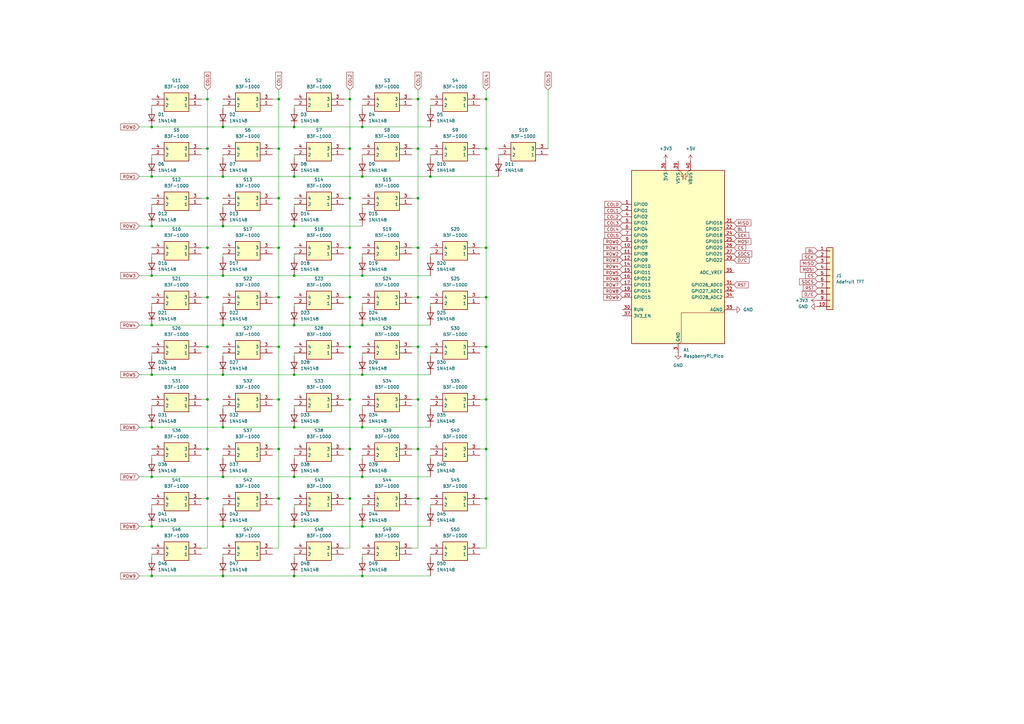
<source format=kicad_sch>
(kicad_sch (version 20250114) (generator "eeschema") (generator_version "9.0")
  (paper "A3")
  (title_block (title "Graphite") (date "2025-06-03") (rev "A"))
  (junction (at 114.3 142.24))
  (junction (at 148.59 72.39))
  (junction (at 199.39 121.92))
  (junction (at 120.65 52.07))
  (junction (at 85.09 60.96))
  (junction (at 143.51 142.24))
  (junction (at 91.44 72.39))
  (junction (at 199.39 142.24))
  (junction (at 85.09 101.6))
  (junction (at 171.45 142.24))
  (junction (at 120.65 153.67))
  (junction (at 62.23 133.35))
  (junction (at 199.39 163.83))
  (junction (at 143.51 81.28))
  (junction (at 143.51 204.47))
  (junction (at 114.3 121.92))
  (junction (at 171.45 163.83))
  (junction (at 114.3 184.15))
  (junction (at 62.23 72.39))
  (junction (at 171.45 81.28))
  (junction (at 91.44 215.9))
  (junction (at 143.51 163.83))
  (junction (at 62.23 175.26))
  (junction (at 120.65 175.26))
  (junction (at 62.23 92.71))
  (junction (at 171.45 204.47))
  (junction (at 143.51 101.6))
  (junction (at 85.09 81.28))
  (junction (at 120.65 236.22))
  (junction (at 199.39 40.64))
  (junction (at 91.44 195.58))
  (junction (at 62.23 52.07))
  (junction (at 62.23 215.9))
  (junction (at 199.39 184.15))
  (junction (at 199.39 204.47))
  (junction (at 171.45 40.64))
  (junction (at 114.3 163.83))
  (junction (at 85.09 142.24))
  (junction (at 120.65 133.35))
  (junction (at 199.39 60.96))
  (junction (at 143.51 60.96))
  (junction (at 62.23 236.22))
  (junction (at 120.65 92.71))
  (junction (at 148.59 113.03))
  (junction (at 114.3 60.96))
  (junction (at 148.59 195.58))
  (junction (at 114.3 40.64))
  (junction (at 114.3 101.6))
  (junction (at 91.44 133.35))
  (junction (at 171.45 101.6))
  (junction (at 62.23 195.58))
  (junction (at 91.44 113.03))
  (junction (at 62.23 153.67))
  (junction (at 120.65 215.9))
  (junction (at 171.45 121.92))
  (junction (at 120.65 113.03))
  (junction (at 171.45 60.96))
  (junction (at 148.59 175.26))
  (junction (at 91.44 92.71))
  (junction (at 148.59 215.9))
  (junction (at 143.51 121.92))
  (junction (at 143.51 40.64))
  (junction (at 171.45 184.15))
  (junction (at 91.44 52.07))
  (junction (at 143.51 184.15))
  (junction (at 176.53 72.39))
  (junction (at 62.23 113.03))
  (junction (at 114.3 204.47))
  (junction (at 148.59 133.35))
  (junction (at 114.3 81.28))
  (junction (at 85.09 163.83))
  (junction (at 120.65 195.58))
  (junction (at 148.59 52.07))
  (junction (at 91.44 153.67))
  (junction (at 91.44 175.26))
  (junction (at 120.65 72.39))
  (junction (at 85.09 204.47))
  (junction (at 85.09 40.64))
  (junction (at 91.44 236.22))
  (junction (at 85.09 121.92))
  (junction (at 148.59 236.22))
  (junction (at 199.39 101.6))
  (junction (at 85.09 184.15))
  (junction (at 148.59 153.67))
  (wire (pts (xy 176.53 64.77) (xy 176.53 63.5)))
  (wire (pts (xy 143.51 142.24) (xy 140.97 142.24)))
  (wire (pts (xy 62.23 215.9) (xy 91.44 215.9)))
  (wire (pts (xy 57.15 92.71) (xy 62.23 92.71)))
  (wire (pts (xy 143.51 204.47) (xy 140.97 204.47)))
  (wire (pts (xy 85.09 142.24) (xy 85.09 163.83)))
  (wire (pts (xy 57.15 133.35) (xy 62.23 133.35)))
  (wire (pts (xy 120.65 105.41) (xy 120.65 104.14)))
  (wire (pts (xy 199.39 224.79) (xy 196.85 224.79)))
  (wire (pts (xy 120.65 146.05) (xy 120.65 144.78)))
  (wire (pts (xy 62.23 52.07) (xy 91.44 52.07)))
  (wire (pts (xy 114.3 224.79) (xy 114.3 204.47)))
  (wire (pts (xy 148.59 72.39) (xy 176.53 72.39)))
  (wire (pts (xy 62.23 146.05) (xy 62.23 144.78)))
  (wire (pts (xy 91.44 175.26) (xy 120.65 175.26)))
  (wire (pts (xy 176.53 208.28) (xy 176.53 207.01)))
  (wire (pts (xy 91.44 64.77) (xy 91.44 63.5)))
  (wire (pts (xy 91.44 44.45) (xy 91.44 43.18)))
  (wire (pts (xy 114.3 184.15) (xy 111.76 184.15)))
  (wire (pts (xy 85.09 101.6) (xy 82.55 101.6)))
  (wire (pts (xy 176.53 105.41) (xy 176.53 104.14)))
  (wire (pts (xy 148.59 208.28) (xy 148.59 207.01)))
  (wire (pts (xy 120.65 236.22) (xy 148.59 236.22)))
  (wire (pts (xy 91.44 133.35) (xy 120.65 133.35)))
  (wire (pts (xy 143.51 142.24) (xy 143.51 163.83)))
  (wire (pts (xy 171.45 204.47) (xy 168.91 204.47)))
  (wire (pts (xy 114.3 204.47) (xy 111.76 204.47)))
  (wire (pts (xy 111.76 224.79) (xy 114.3 224.79)))
  (wire (pts (xy 176.53 187.96) (xy 176.53 186.69)))
  (wire (pts (xy 143.51 36.83) (xy 143.51 40.64)))
  (wire (pts (xy 143.51 101.6) (xy 140.97 101.6)))
  (wire (pts (xy 91.44 113.03) (xy 120.65 113.03)))
  (wire (pts (xy 114.3 60.96) (xy 111.76 60.96)))
  (wire (pts (xy 171.45 101.6) (xy 171.45 81.28)))
  (wire (pts (xy 57.15 72.39) (xy 62.23 72.39)))
  (wire (pts (xy 199.39 142.24) (xy 199.39 163.83)))
  (wire (pts (xy 62.23 64.77) (xy 62.23 63.5)))
  (wire (pts (xy 171.45 81.28) (xy 171.45 60.96)))
  (wire (pts (xy 120.65 195.58) (xy 148.59 195.58)))
  (wire (pts (xy 114.3 184.15) (xy 114.3 163.83)))
  (wire (pts (xy 85.09 40.64) (xy 85.09 60.96)))
  (wire (pts (xy 91.44 236.22) (xy 120.65 236.22)))
  (wire (pts (xy 143.51 60.96) (xy 143.51 81.28)))
  (wire (pts (xy 176.53 167.64) (xy 176.53 166.37)))
  (wire (pts (xy 85.09 81.28) (xy 82.55 81.28)))
  (wire (pts (xy 148.59 195.58) (xy 176.53 195.58)))
  (wire (pts (xy 171.45 121.92) (xy 171.45 101.6)))
  (wire (pts (xy 148.59 187.96) (xy 148.59 186.69)))
  (wire (pts (xy 120.65 64.77) (xy 120.65 63.5)))
  (wire (pts (xy 143.51 224.79) (xy 140.97 224.79)))
  (wire (pts (xy 62.23 133.35) (xy 91.44 133.35)))
  (wire (pts (xy 171.45 204.47) (xy 171.45 184.15)))
  (wire (pts (xy 85.09 60.96) (xy 82.55 60.96)))
  (wire (pts (xy 148.59 113.03) (xy 176.53 113.03)))
  (wire (pts (xy 62.23 175.26) (xy 91.44 175.26)))
  (wire (pts (xy 114.3 142.24) (xy 114.3 121.92)))
  (wire (pts (xy 114.3 163.83) (xy 114.3 142.24)))
  (wire (pts (xy 171.45 142.24) (xy 168.91 142.24)))
  (wire (pts (xy 199.39 101.6) (xy 199.39 121.92)))
  (wire (pts (xy 171.45 40.64) (xy 168.91 40.64)))
  (wire (pts (xy 114.3 163.83) (xy 111.76 163.83)))
  (wire (pts (xy 62.23 72.39) (xy 91.44 72.39)))
  (wire (pts (xy 148.59 85.09) (xy 148.59 83.82)))
  (wire (pts (xy 85.09 224.79) (xy 82.55 224.79)))
  (wire (pts (xy 85.09 204.47) (xy 85.09 224.79)))
  (wire (pts (xy 120.65 85.09) (xy 120.65 83.82)))
  (wire (pts (xy 176.53 44.45) (xy 176.53 43.18)))
  (wire (pts (xy 85.09 36.83) (xy 85.09 40.64)))
  (wire (pts (xy 148.59 125.73) (xy 148.59 124.46)))
  (wire (pts (xy 57.15 195.58) (xy 62.23 195.58)))
  (wire (pts (xy 143.51 163.83) (xy 143.51 184.15)))
  (wire (pts (xy 120.65 228.6) (xy 120.65 227.33)))
  (wire (pts (xy 148.59 167.64) (xy 148.59 166.37)))
  (wire (pts (xy 114.3 121.92) (xy 114.3 101.6)))
  (wire (pts (xy 120.65 92.71) (xy 148.59 92.71)))
  (wire (pts (xy 91.44 85.09) (xy 91.44 83.82)))
  (wire (pts (xy 57.15 236.22) (xy 62.23 236.22)))
  (wire (pts (xy 120.65 44.45) (xy 120.65 43.18)))
  (wire (pts (xy 85.09 204.47) (xy 82.55 204.47)))
  (wire (pts (xy 114.3 121.92) (xy 111.76 121.92)))
  (wire (pts (xy 91.44 195.58) (xy 120.65 195.58)))
  (wire (pts (xy 199.39 40.64) (xy 199.39 60.96)))
  (wire (pts (xy 171.45 224.79) (xy 171.45 204.47)))
  (wire (pts (xy 120.65 215.9) (xy 148.59 215.9)))
  (wire (pts (xy 176.53 125.73) (xy 176.53 124.46)))
  (wire (pts (xy 204.47 64.77) (xy 204.47 63.5)))
  (wire (pts (xy 171.45 142.24) (xy 171.45 121.92)))
  (wire (pts (xy 91.44 125.73) (xy 91.44 124.46)))
  (wire (pts (xy 114.3 40.64) (xy 111.76 40.64)))
  (wire (pts (xy 120.65 167.64) (xy 120.65 166.37)))
  (wire (pts (xy 120.65 153.67) (xy 148.59 153.67)))
  (wire (pts (xy 114.3 36.83) (xy 114.3 40.64)))
  (wire (pts (xy 224.79 36.83) (xy 224.79 60.96)))
  (wire (pts (xy 62.23 236.22) (xy 91.44 236.22)))
  (wire (pts (xy 148.59 236.22) (xy 176.53 236.22)))
  (wire (pts (xy 62.23 228.6) (xy 62.23 227.33)))
  (wire (pts (xy 143.51 121.92) (xy 140.97 121.92)))
  (wire (pts (xy 62.23 113.03) (xy 91.44 113.03)))
  (wire (pts (xy 85.09 184.15) (xy 85.09 204.47)))
  (wire (pts (xy 176.53 72.39) (xy 204.47 72.39)))
  (wire (pts (xy 62.23 153.67) (xy 91.44 153.67)))
  (wire (pts (xy 114.3 101.6) (xy 111.76 101.6)))
  (wire (pts (xy 168.91 224.79) (xy 171.45 224.79)))
  (wire (pts (xy 111.76 81.28) (xy 114.3 81.28)))
  (wire (pts (xy 143.51 204.47) (xy 143.51 224.79)))
  (wire (pts (xy 120.65 113.03) (xy 148.59 113.03)))
  (wire (pts (xy 199.39 204.47) (xy 196.85 204.47)))
  (wire (pts (xy 85.09 60.96) (xy 85.09 81.28)))
  (wire (pts (xy 199.39 101.6) (xy 196.85 101.6)))
  (wire (pts (xy 62.23 105.41) (xy 62.23 104.14)))
  (wire (pts (xy 85.09 142.24) (xy 82.55 142.24)))
  (wire (pts (xy 199.39 36.83) (xy 199.39 40.64)))
  (wire (pts (xy 120.65 187.96) (xy 120.65 186.69)))
  (wire (pts (xy 120.65 175.26) (xy 148.59 175.26)))
  (wire (pts (xy 85.09 163.83) (xy 82.55 163.83)))
  (wire (pts (xy 148.59 105.41) (xy 148.59 104.14)))
  (wire (pts (xy 143.51 184.15) (xy 140.97 184.15)))
  (wire (pts (xy 91.44 167.64) (xy 91.44 166.37)))
  (wire (pts (xy 85.09 121.92) (xy 85.09 142.24)))
  (wire (pts (xy 62.23 167.64) (xy 62.23 166.37)))
  (wire (pts (xy 57.15 175.26) (xy 62.23 175.26)))
  (wire (pts (xy 57.15 52.07) (xy 62.23 52.07)))
  (wire (pts (xy 171.45 81.28) (xy 168.91 81.28)))
  (wire (pts (xy 148.59 215.9) (xy 176.53 215.9)))
  (wire (pts (xy 120.65 52.07) (xy 148.59 52.07)))
  (wire (pts (xy 120.65 125.73) (xy 120.65 124.46)))
  (wire (pts (xy 114.3 81.28) (xy 114.3 101.6)))
  (wire (pts (xy 148.59 146.05) (xy 148.59 144.78)))
  (wire (pts (xy 143.51 81.28) (xy 140.97 81.28)))
  (wire (pts (xy 62.23 92.71) (xy 91.44 92.71)))
  (wire (pts (xy 176.53 146.05) (xy 176.53 144.78)))
  (wire (pts (xy 143.51 81.28) (xy 143.51 101.6)))
  (wire (pts (xy 199.39 142.24) (xy 196.85 142.24)))
  (wire (pts (xy 120.65 133.35) (xy 148.59 133.35)))
  (wire (pts (xy 91.44 208.28) (xy 91.44 207.01)))
  (wire (pts (xy 91.44 215.9) (xy 120.65 215.9)))
  (wire (pts (xy 148.59 133.35) (xy 176.53 133.35)))
  (wire (pts (xy 171.45 184.15) (xy 171.45 163.83)))
  (wire (pts (xy 85.09 184.15) (xy 82.55 184.15)))
  (wire (pts (xy 82.55 40.64) (xy 85.09 40.64)))
  (wire (pts (xy 143.51 101.6) (xy 143.51 121.92)))
  (wire (pts (xy 62.23 85.09) (xy 62.23 83.82)))
  (wire (pts (xy 91.44 146.05) (xy 91.44 144.78)))
  (wire (pts (xy 62.23 125.73) (xy 62.23 124.46)))
  (wire (pts (xy 171.45 121.92) (xy 168.91 121.92)))
  (wire (pts (xy 120.65 72.39) (xy 148.59 72.39)))
  (wire (pts (xy 199.39 163.83) (xy 199.39 184.15)))
  (wire (pts (xy 148.59 153.67) (xy 176.53 153.67)))
  (wire (pts (xy 120.65 208.28) (xy 120.65 207.01)))
  (wire (pts (xy 199.39 184.15) (xy 196.85 184.15)))
  (wire (pts (xy 62.23 187.96) (xy 62.23 186.69)))
  (wire (pts (xy 91.44 92.71) (xy 120.65 92.71)))
  (wire (pts (xy 91.44 187.96) (xy 91.44 186.69)))
  (wire (pts (xy 143.51 163.83) (xy 140.97 163.83)))
  (wire (pts (xy 85.09 121.92) (xy 82.55 121.92)))
  (wire (pts (xy 140.97 40.64) (xy 143.51 40.64)))
  (wire (pts (xy 199.39 184.15) (xy 199.39 204.47)))
  (wire (pts (xy 196.85 40.64) (xy 199.39 40.64)))
  (wire (pts (xy 85.09 101.6) (xy 85.09 121.92)))
  (wire (pts (xy 176.53 228.6) (xy 176.53 227.33)))
  (wire (pts (xy 148.59 175.26) (xy 176.53 175.26)))
  (wire (pts (xy 171.45 163.83) (xy 168.91 163.83)))
  (wire (pts (xy 114.3 81.28) (xy 114.3 60.96)))
  (wire (pts (xy 148.59 44.45) (xy 148.59 43.18)))
  (wire (pts (xy 140.97 60.96) (xy 143.51 60.96)))
  (wire (pts (xy 114.3 204.47) (xy 114.3 184.15)))
  (wire (pts (xy 57.15 153.67) (xy 62.23 153.67)))
  (wire (pts (xy 171.45 60.96) (xy 168.91 60.96)))
  (wire (pts (xy 91.44 228.6) (xy 91.44 227.33)))
  (wire (pts (xy 199.39 121.92) (xy 196.85 121.92)))
  (wire (pts (xy 62.23 44.45) (xy 62.23 43.18)))
  (wire (pts (xy 148.59 228.6) (xy 148.59 227.33)))
  (wire (pts (xy 57.15 113.03) (xy 62.23 113.03)))
  (wire (pts (xy 199.39 121.92) (xy 199.39 142.24)))
  (wire (pts (xy 199.39 163.83) (xy 196.85 163.83)))
  (wire (pts (xy 168.91 101.6) (xy 171.45 101.6)))
  (wire (pts (xy 62.23 208.28) (xy 62.23 207.01)))
  (wire (pts (xy 114.3 142.24) (xy 111.76 142.24)))
  (wire (pts (xy 85.09 163.83) (xy 85.09 184.15)))
  (wire (pts (xy 171.45 36.83) (xy 171.45 40.64)))
  (wire (pts (xy 199.39 204.47) (xy 199.39 224.79)))
  (wire (pts (xy 199.39 60.96) (xy 199.39 101.6)))
  (wire (pts (xy 114.3 60.96) (xy 114.3 40.64)))
  (wire (pts (xy 62.23 195.58) (xy 91.44 195.58)))
  (wire (pts (xy 143.51 184.15) (xy 143.51 204.47)))
  (wire (pts (xy 57.15 215.9) (xy 62.23 215.9)))
  (wire (pts (xy 168.91 184.15) (xy 171.45 184.15)))
  (wire (pts (xy 91.44 72.39) (xy 120.65 72.39)))
  (wire (pts (xy 91.44 105.41) (xy 91.44 104.14)))
  (wire (pts (xy 143.51 121.92) (xy 143.51 142.24)))
  (wire (pts (xy 171.45 163.83) (xy 171.45 142.24)))
  (wire (pts (xy 91.44 52.07) (xy 120.65 52.07)))
  (wire (pts (xy 148.59 52.07) (xy 176.53 52.07)))
  (wire (pts (xy 143.51 40.64) (xy 143.51 60.96)))
  (wire (pts (xy 199.39 60.96) (xy 196.85 60.96)))
  (wire (pts (xy 91.44 153.67) (xy 120.65 153.67)))
  (wire (pts (xy 148.59 64.77) (xy 148.59 63.5)))
  (wire (pts (xy 171.45 60.96) (xy 171.45 40.64)))
  (wire (pts (xy 85.09 81.28) (xy 85.09 101.6)))
  (global_label "SCK" (shape input) (at 300.99 96.52 0) (property "Intersheetrefs" "${INTERSHEET_REFS}" (effects (hide yes))))
  (global_label "ROW4" (shape input) (at 255.27 109.22 180) (property "Intersheetrefs" "${INTERSHEET_REFS}" (effects (hide yes))))
  (global_label "MISO" (shape input) (at 300.99 91.44 0) (property "Intersheetrefs" "${INTERSHEET_REFS}" (effects (hide yes))))
  (global_label "COL1" (shape input) (at 255.27 86.36 180) (property "Intersheetrefs" "${INTERSHEET_REFS}" (effects (hide yes))))
  (global_label "SDCS" (shape input) (at 335.28 115.57 180) (property "Intersheetrefs" "${INTERSHEET_REFS}" (effects (hide yes))))
  (global_label "COL5" (shape input) (at 255.27 96.52 180) (property "Intersheetrefs" "${INTERSHEET_REFS}" (effects (hide yes))))
  (global_label "ROW8" (shape input) (at 57.15 215.9 180) (property "Intersheetrefs" "${INTERSHEET_REFS}" (effects (hide yes))))
  (global_label "COL4" (shape input) (at 199.39 36.83 90) (property "Intersheetrefs" "${INTERSHEET_REFS}" (effects (hide yes))))
  (global_label "MOSI" (shape input) (at 300.99 99.06 0) (property "Intersheetrefs" "${INTERSHEET_REFS}" (effects (hide yes))))
  (global_label "ROW8" (shape input) (at 255.27 119.38 180) (property "Intersheetrefs" "${INTERSHEET_REFS}" (effects (hide yes))))
  (global_label "ROW7" (shape input) (at 57.15 195.58 180) (property "Intersheetrefs" "${INTERSHEET_REFS}" (effects (hide yes))))
  (global_label "RST" (shape input) (at 300.99 116.84 0) (property "Intersheetrefs" "${INTERSHEET_REFS}" (effects (hide yes))))
  (global_label "ROW5" (shape input) (at 255.27 111.76 180) (property "Intersheetrefs" "${INTERSHEET_REFS}" (effects (hide yes))))
  (global_label "D{slash}C" (shape input) (at 335.28 120.65 180) (property "Intersheetrefs" "${INTERSHEET_REFS}" (effects (hide yes))))
  (global_label "COL3" (shape input) (at 171.45 36.83 90) (property "Intersheetrefs" "${INTERSHEET_REFS}" (effects (hide yes))))
  (global_label "COL3" (shape input) (at 255.27 91.44 180) (property "Intersheetrefs" "${INTERSHEET_REFS}" (effects (hide yes))))
  (global_label "COL5" (shape input) (at 224.79 36.83 90) (property "Intersheetrefs" "${INTERSHEET_REFS}" (effects (hide yes))))
  (global_label "ROW2" (shape input) (at 255.27 104.14 180) (property "Intersheetrefs" "${INTERSHEET_REFS}" (effects (hide yes))))
  (global_label "COL0" (shape input) (at 85.09 36.83 90) (property "Intersheetrefs" "${INTERSHEET_REFS}" (effects (hide yes))))
  (global_label "COL0" (shape input) (at 255.27 83.82 180) (property "Intersheetrefs" "${INTERSHEET_REFS}" (effects (hide yes))))
  (global_label "RST" (shape input) (at 335.28 118.11 180) (property "Intersheetrefs" "${INTERSHEET_REFS}" (effects (hide yes))))
  (global_label "ROW1" (shape input) (at 255.27 101.6 180) (property "Intersheetrefs" "${INTERSHEET_REFS}" (effects (hide yes))))
  (global_label "COL2" (shape input) (at 255.27 88.9 180) (property "Intersheetrefs" "${INTERSHEET_REFS}" (effects (hide yes))))
  (global_label "ROW1" (shape input) (at 57.15 72.39 180) (property "Intersheetrefs" "${INTERSHEET_REFS}" (effects (hide yes))))
  (global_label "SCK" (shape input) (at 335.28 105.41 180) (property "Intersheetrefs" "${INTERSHEET_REFS}" (effects (hide yes))))
  (global_label "ROW0" (shape input) (at 57.15 52.07 180) (property "Intersheetrefs" "${INTERSHEET_REFS}" (effects (hide yes))))
  (global_label "ROW7" (shape input) (at 255.27 116.84 180) (property "Intersheetrefs" "${INTERSHEET_REFS}" (effects (hide yes))))
  (global_label "D{slash}C" (shape input) (at 300.99 106.68 0) (property "Intersheetrefs" "${INTERSHEET_REFS}" (effects (hide yes))))
  (global_label "MOSI" (shape input) (at 335.28 110.49 180) (property "Intersheetrefs" "${INTERSHEET_REFS}" (effects (hide yes))))
  (global_label "CS" (shape input) (at 300.99 101.6 0) (property "Intersheetrefs" "${INTERSHEET_REFS}" (effects (hide yes))))
  (global_label "BL" (shape input) (at 300.99 93.98 0) (property "Intersheetrefs" "${INTERSHEET_REFS}" (effects (hide yes))))
  (global_label "BL" (shape input) (at 335.28 102.87 180) (property "Intersheetrefs" "${INTERSHEET_REFS}" (effects (hide yes))))
  (global_label "MISO" (shape input) (at 335.28 107.95 180) (property "Intersheetrefs" "${INTERSHEET_REFS}" (effects (hide yes))))
  (global_label "CS" (shape input) (at 335.28 113.03 180) (property "Intersheetrefs" "${INTERSHEET_REFS}" (effects (hide yes))))
  (global_label "ROW4" (shape input) (at 57.15 133.35 180) (property "Intersheetrefs" "${INTERSHEET_REFS}" (effects (hide yes))))
  (global_label "ROW0" (shape input) (at 255.27 99.06 180) (property "Intersheetrefs" "${INTERSHEET_REFS}" (effects (hide yes))))
  (global_label "COL1" (shape input) (at 114.3 36.83 90) (property "Intersheetrefs" "${INTERSHEET_REFS}" (effects (hide yes))))
  (global_label "ROW3" (shape input) (at 57.15 113.03 180) (property "Intersheetrefs" "${INTERSHEET_REFS}" (effects (hide yes))))
  (global_label "COL2" (shape input) (at 143.51 36.83 90) (property "Intersheetrefs" "${INTERSHEET_REFS}" (effects (hide yes))))
  (global_label "ROW5" (shape input) (at 57.15 153.67 180) (property "Intersheetrefs" "${INTERSHEET_REFS}" (effects (hide yes))))
  (global_label "ROW9" (shape input) (at 255.27 121.92 180) (property "Intersheetrefs" "${INTERSHEET_REFS}" (effects (hide yes))))
  (global_label "ROW6" (shape input) (at 255.27 114.3 180) (property "Intersheetrefs" "${INTERSHEET_REFS}" (effects (hide yes))))
  (global_label "SDCS" (shape input) (at 300.99 104.14 0) (property "Intersheetrefs" "${INTERSHEET_REFS}" (effects (hide yes))))
  (global_label "COL4" (shape input) (at 255.27 93.98 180) (property "Intersheetrefs" "${INTERSHEET_REFS}" (effects (hide yes))))
  (global_label "ROW2" (shape input) (at 57.15 92.71 180) (property "Intersheetrefs" "${INTERSHEET_REFS}" (effects (hide yes))))
  (global_label "ROW9" (shape input) (at 57.15 236.22 180) (property "Intersheetrefs" "${INTERSHEET_REFS}" (effects (hide yes))))
  (global_label "ROW6" (shape input) (at 57.15 175.26 180) (property "Intersheetrefs" "${INTERSHEET_REFS}" (effects (hide yes))))
  (global_label "ROW3" (shape input) (at 255.27 106.68 180) (property "Intersheetrefs" "${INTERSHEET_REFS}" (effects (hide yes))))
  (symbol (lib_id "OmronB3F_1000:B3F-1000") (at 204.47 60.96 0) (unit 1)
    (property "Reference" "S10" (at 214.63 53.34 0))
    (property "Value" "B3F-1000" (at 214.63 55.88 0))
    (property "Datasheet" "https://www.omron.com/ecb/products/pdf/en-b3f.pdf" (effects (hide yes)))
    (property "Description" "OMRON ELECTRONIC COMPONENTS - B3F-1000 - SWITCH, SPNO, 0.05A, 24V, THT, 0.98N" (effects (hide yes)))
    (property "Mouser Part Number" "653-B3F-1000" (effects (hide yes)))
    (property "Mouser Price/Stock" "https://www.mouser.co.uk/ProductDetail/Omron-Electronics/B3F-1000?qs=lK7M36XCk6JQHckSc1xIsg%3D%3D" (effects (hide yes)))
    (property "Manufacturer_Name" "Omron Electronics" (effects (hide yes)))
    (property "Manufacturer_Part_Number" "B3F-1000" (effects (hide yes)))
  )
  (symbol (lib_id "OmronB3F_1000:B3F-1000") (at 91.44 163.83 0) (unit 1)
    (property "Reference" "S32" (at 101.6 156.21 0))
    (property "Value" "B3F-1000" (at 101.6 158.75 0))
    (property "Datasheet" "https://www.omron.com/ecb/products/pdf/en-b3f.pdf" (effects (hide yes)))
    (property "Description" "OMRON ELECTRONIC COMPONENTS - B3F-1000 - SWITCH, SPNO, 0.05A, 24V, THT, 0.98N" (effects (hide yes)))
    (property "Mouser Part Number" "653-B3F-1000" (effects (hide yes)))
    (property "Mouser Price/Stock" "https://www.mouser.co.uk/ProductDetail/Omron-Electronics/B3F-1000?qs=lK7M36XCk6JQHckSc1xIsg%3D%3D" (effects (hide yes)))
    (property "Manufacturer_Name" "Omron Electronics" (effects (hide yes)))
    (property "Manufacturer_Part_Number" "B3F-1000" (effects (hide yes)))
  )
  (symbol (lib_id "OmronB3F_1000:B3F-1000") (at 62.23 142.24 0) (unit 1)
    (property "Reference" "S26" (at 72.39 134.62 0))
    (property "Value" "B3F-1000" (at 72.39 137.16 0))
    (property "Datasheet" "https://www.omron.com/ecb/products/pdf/en-b3f.pdf" (effects (hide yes)))
    (property "Description" "OMRON ELECTRONIC COMPONENTS - B3F-1000 - SWITCH, SPNO, 0.05A, 24V, THT, 0.98N" (effects (hide yes)))
    (property "Mouser Part Number" "653-B3F-1000" (effects (hide yes)))
    (property "Mouser Price/Stock" "https://www.mouser.co.uk/ProductDetail/Omron-Electronics/B3F-1000?qs=lK7M36XCk6JQHckSc1xIsg%3D%3D" (effects (hide yes)))
    (property "Manufacturer_Name" "Omron Electronics" (effects (hide yes)))
    (property "Manufacturer_Part_Number" "B3F-1000" (effects (hide yes)))
  )
  (symbol (lib_id "Diode:1N4148") (at 148.59 232.41 90) (unit 1)
    (property "Reference" "D49" (at 151.13 231.1399 90) (effects (justify right)))
    (property "Value" "1N4148" (at 151.13 233.6799 90) (effects (justify right)))
    (property "Footprint" "Diode_THT:D_DO-35_SOD27_P7.62mm_Horizontal" (effects (hide yes)))
    (property "Datasheet" "https://assets.nexperia.com/documents/data-sheet/1N4148_1N4448.pdf" (effects (hide yes)))
    (property "Description" "100V 0.15A standard switching diode, DO-35" (effects (hide yes)))
    (property "Sim.Device" "D" (effects (hide yes)))
    (property "Sim.Pins" "1=K 2=A" (effects (hide yes)))
  )
  (symbol (lib_id "OmronB3F_1000:B3F-1000") (at 176.53 184.15 0) (unit 1)
    (property "Reference" "S40" (at 186.69 176.53 0))
    (property "Value" "B3F-1000" (at 186.69 179.07 0))
    (property "Datasheet" "https://www.omron.com/ecb/products/pdf/en-b3f.pdf" (effects (hide yes)))
    (property "Description" "OMRON ELECTRONIC COMPONENTS - B3F-1000 - SWITCH, SPNO, 0.05A, 24V, THT, 0.98N" (effects (hide yes)))
    (property "Mouser Part Number" "653-B3F-1000" (effects (hide yes)))
    (property "Mouser Price/Stock" "https://www.mouser.co.uk/ProductDetail/Omron-Electronics/B3F-1000?qs=lK7M36XCk6JQHckSc1xIsg%3D%3D" (effects (hide yes)))
    (property "Manufacturer_Name" "Omron Electronics" (effects (hide yes)))
    (property "Manufacturer_Part_Number" "B3F-1000" (effects (hide yes)))
  )
  (symbol (lib_id "Diode:1N4148") (at 62.23 88.9 90) (unit 1)
    (property "Reference" "D12" (at 64.77 87.6299 90) (effects (justify right)))
    (property "Value" "1N4148" (at 64.77 90.1699 90) (effects (justify right)))
    (property "Footprint" "Diode_THT:D_DO-35_SOD27_P7.62mm_Horizontal" (effects (hide yes)))
    (property "Datasheet" "https://assets.nexperia.com/documents/data-sheet/1N4148_1N4448.pdf" (effects (hide yes)))
    (property "Description" "100V 0.15A standard switching diode, DO-35" (effects (hide yes)))
    (property "Sim.Device" "D" (effects (hide yes)))
    (property "Sim.Pins" "1=K 2=A" (effects (hide yes)))
  )
  (symbol (lib_id "Diode:1N4148") (at 148.59 171.45 90) (unit 1)
    (property "Reference" "D34" (at 151.13 170.1799 90) (effects (justify right)))
    (property "Value" "1N4148" (at 151.13 172.7199 90) (effects (justify right)))
    (property "Footprint" "Diode_THT:D_DO-35_SOD27_P7.62mm_Horizontal" (effects (hide yes)))
    (property "Datasheet" "https://assets.nexperia.com/documents/data-sheet/1N4148_1N4448.pdf" (effects (hide yes)))
    (property "Description" "100V 0.15A standard switching diode, DO-35" (effects (hide yes)))
    (property "Sim.Device" "D" (effects (hide yes)))
    (property "Sim.Pins" "1=K 2=A" (effects (hide yes)))
  )
  (symbol (lib_id "OmronB3F_1000:B3F-1000") (at 62.23 81.28 0) (unit 1)
    (property "Reference" "S12" (at 72.39 73.66 0))
    (property "Value" "B3F-1000" (at 72.39 76.2 0))
    (property "Datasheet" "https://www.omron.com/ecb/products/pdf/en-b3f.pdf" (effects (hide yes)))
    (property "Description" "OMRON ELECTRONIC COMPONENTS - B3F-1000 - SWITCH, SPNO, 0.05A, 24V, THT, 0.98N" (effects (hide yes)))
    (property "Mouser Part Number" "653-B3F-1000" (effects (hide yes)))
    (property "Mouser Price/Stock" "https://www.mouser.co.uk/ProductDetail/Omron-Electronics/B3F-1000?qs=lK7M36XCk6JQHckSc1xIsg%3D%3D" (effects (hide yes)))
    (property "Manufacturer_Name" "Omron Electronics" (effects (hide yes)))
    (property "Manufacturer_Part_Number" "B3F-1000" (effects (hide yes)))
  )
  (symbol (lib_id "Diode:1N4148") (at 120.65 232.41 90) (unit 1)
    (property "Reference" "D48" (at 123.19 231.1399 90) (effects (justify right)))
    (property "Value" "1N4148" (at 123.19 233.6799 90) (effects (justify right)))
    (property "Footprint" "Diode_THT:D_DO-35_SOD27_P7.62mm_Horizontal" (effects (hide yes)))
    (property "Datasheet" "https://assets.nexperia.com/documents/data-sheet/1N4148_1N4448.pdf" (effects (hide yes)))
    (property "Description" "100V 0.15A standard switching diode, DO-35" (effects (hide yes)))
    (property "Sim.Device" "D" (effects (hide yes)))
    (property "Sim.Pins" "1=K 2=A" (effects (hide yes)))
  )
  (symbol (lib_id "OmronB3F_1000:B3F-1000") (at 176.53 142.24 0) (unit 1)
    (property "Reference" "S30" (at 186.69 134.62 0))
    (property "Value" "B3F-1000" (at 186.69 137.16 0))
    (property "Datasheet" "https://www.omron.com/ecb/products/pdf/en-b3f.pdf" (effects (hide yes)))
    (property "Description" "OMRON ELECTRONIC COMPONENTS - B3F-1000 - SWITCH, SPNO, 0.05A, 24V, THT, 0.98N" (effects (hide yes)))
    (property "Mouser Part Number" "653-B3F-1000" (effects (hide yes)))
    (property "Mouser Price/Stock" "https://www.mouser.co.uk/ProductDetail/Omron-Electronics/B3F-1000?qs=lK7M36XCk6JQHckSc1xIsg%3D%3D" (effects (hide yes)))
    (property "Manufacturer_Name" "Omron Electronics" (effects (hide yes)))
    (property "Manufacturer_Part_Number" "B3F-1000" (effects (hide yes)))
  )
  (symbol (lib_id "OmronB3F_1000:B3F-1000") (at 120.65 163.83 0) (unit 1)
    (property "Reference" "S33" (at 130.81 156.21 0))
    (property "Value" "B3F-1000" (at 130.81 158.75 0))
    (property "Datasheet" "https://www.omron.com/ecb/products/pdf/en-b3f.pdf" (effects (hide yes)))
    (property "Description" "OMRON ELECTRONIC COMPONENTS - B3F-1000 - SWITCH, SPNO, 0.05A, 24V, THT, 0.98N" (effects (hide yes)))
    (property "Mouser Part Number" "653-B3F-1000" (effects (hide yes)))
    (property "Mouser Price/Stock" "https://www.mouser.co.uk/ProductDetail/Omron-Electronics/B3F-1000?qs=lK7M36XCk6JQHckSc1xIsg%3D%3D" (effects (hide yes)))
    (property "Manufacturer_Name" "Omron Electronics" (effects (hide yes)))
    (property "Manufacturer_Part_Number" "B3F-1000" (effects (hide yes)))
  )
  (symbol (lib_id "power:+3V3") (at 273.05 66.04 0) (unit 1)
    (property "Reference" "#PWR04" (effects (hide yes)))
    (property "Value" "+3V3" (at 273.05 60.96 0))
    (property "Description" "Power symbol creates a global label with name \"+3V3\"" (effects (hide yes)))
  )
  (symbol (lib_id "OmronB3F_1000:B3F-1000") (at 176.53 163.83 0) (unit 1)
    (property "Reference" "S35" (at 186.69 156.21 0))
    (property "Value" "B3F-1000" (at 186.69 158.75 0))
    (property "Datasheet" "https://www.omron.com/ecb/products/pdf/en-b3f.pdf" (effects (hide yes)))
    (property "Description" "OMRON ELECTRONIC COMPONENTS - B3F-1000 - SWITCH, SPNO, 0.05A, 24V, THT, 0.98N" (effects (hide yes)))
    (property "Mouser Part Number" "653-B3F-1000" (effects (hide yes)))
    (property "Mouser Price/Stock" "https://www.mouser.co.uk/ProductDetail/Omron-Electronics/B3F-1000?qs=lK7M36XCk6JQHckSc1xIsg%3D%3D" (effects (hide yes)))
    (property "Manufacturer_Name" "Omron Electronics" (effects (hide yes)))
    (property "Manufacturer_Part_Number" "B3F-1000" (effects (hide yes)))
  )
  (symbol (lib_id "OmronB3F_1000:B3F-1000") (at 91.44 40.64 0) (unit 1)
    (property "Reference" "S1" (at 101.6 33.02 0))
    (property "Value" "B3F-1000" (at 101.6 35.56 0))
    (property "Datasheet" "https://www.omron.com/ecb/products/pdf/en-b3f.pdf" (effects (hide yes)))
    (property "Description" "OMRON ELECTRONIC COMPONENTS - B3F-1000 - SWITCH, SPNO, 0.05A, 24V, THT, 0.98N" (effects (hide yes)))
    (property "Mouser Part Number" "653-B3F-1000" (effects (hide yes)))
    (property "Mouser Price/Stock" "https://www.mouser.co.uk/ProductDetail/Omron-Electronics/B3F-1000?qs=lK7M36XCk6JQHckSc1xIsg%3D%3D" (effects (hide yes)))
    (property "Manufacturer_Name" "Omron Electronics" (effects (hide yes)))
    (property "Manufacturer_Part_Number" "B3F-1000" (effects (hide yes)))
  )
  (symbol (lib_id "Diode:1N4148") (at 62.23 212.09 90) (unit 1)
    (property "Reference" "D41" (at 64.77 210.8199 90) (effects (justify right)))
    (property "Value" "1N4148" (at 64.77 213.3599 90) (effects (justify right)))
    (property "Footprint" "Diode_THT:D_DO-35_SOD27_P7.62mm_Horizontal" (effects (hide yes)))
    (property "Datasheet" "https://assets.nexperia.com/documents/data-sheet/1N4148_1N4448.pdf" (effects (hide yes)))
    (property "Description" "100V 0.15A standard switching diode, DO-35" (effects (hide yes)))
    (property "Sim.Device" "D" (effects (hide yes)))
    (property "Sim.Pins" "1=K 2=A" (effects (hide yes)))
  )
  (symbol (lib_id "OmronB3F_1000:B3F-1000") (at 120.65 142.24 0) (unit 1)
    (property "Reference" "S28" (at 130.81 134.62 0))
    (property "Value" "B3F-1000" (at 130.81 137.16 0))
    (property "Datasheet" "https://www.omron.com/ecb/products/pdf/en-b3f.pdf" (effects (hide yes)))
    (property "Description" "OMRON ELECTRONIC COMPONENTS - B3F-1000 - SWITCH, SPNO, 0.05A, 24V, THT, 0.98N" (effects (hide yes)))
    (property "Mouser Part Number" "653-B3F-1000" (effects (hide yes)))
    (property "Mouser Price/Stock" "https://www.mouser.co.uk/ProductDetail/Omron-Electronics/B3F-1000?qs=lK7M36XCk6JQHckSc1xIsg%3D%3D" (effects (hide yes)))
    (property "Manufacturer_Name" "Omron Electronics" (effects (hide yes)))
    (property "Manufacturer_Part_Number" "B3F-1000" (effects (hide yes)))
  )
  (symbol (lib_id "Diode:1N4148") (at 120.65 68.58 90) (unit 1)
    (property "Reference" "D8" (at 123.19 67.3099 90) (effects (justify right)))
    (property "Value" "1N4148" (at 123.19 69.8499 90) (effects (justify right)))
    (property "Footprint" "Diode_THT:D_DO-35_SOD27_P7.62mm_Horizontal" (effects (hide yes)))
    (property "Datasheet" "https://assets.nexperia.com/documents/data-sheet/1N4148_1N4448.pdf" (effects (hide yes)))
    (property "Description" "100V 0.15A standard switching diode, DO-35" (effects (hide yes)))
    (property "Sim.Device" "D" (effects (hide yes)))
    (property "Sim.Pins" "1=K 2=A" (effects (hide yes)))
  )
  (symbol (lib_id "OmronB3F_1000:B3F-1000") (at 148.59 60.96 0) (unit 1)
    (property "Reference" "S8" (at 158.75 53.34 0))
    (property "Value" "B3F-1000" (at 158.75 55.88 0))
    (property "Datasheet" "https://www.omron.com/ecb/products/pdf/en-b3f.pdf" (effects (hide yes)))
    (property "Description" "OMRON ELECTRONIC COMPONENTS - B3F-1000 - SWITCH, SPNO, 0.05A, 24V, THT, 0.98N" (effects (hide yes)))
    (property "Mouser Part Number" "653-B3F-1000" (effects (hide yes)))
    (property "Mouser Price/Stock" "https://www.mouser.co.uk/ProductDetail/Omron-Electronics/B3F-1000?qs=lK7M36XCk6JQHckSc1xIsg%3D%3D" (effects (hide yes)))
    (property "Manufacturer_Name" "Omron Electronics" (effects (hide yes)))
    (property "Manufacturer_Part_Number" "B3F-1000" (effects (hide yes)))
  )
  (symbol (lib_id "OmronB3F_1000:B3F-1000") (at 120.65 101.6 0) (unit 1)
    (property "Reference" "S18" (at 130.81 93.98 0))
    (property "Value" "B3F-1000" (at 130.81 96.52 0))
    (property "Datasheet" "https://www.omron.com/ecb/products/pdf/en-b3f.pdf" (effects (hide yes)))
    (property "Description" "OMRON ELECTRONIC COMPONENTS - B3F-1000 - SWITCH, SPNO, 0.05A, 24V, THT, 0.98N" (effects (hide yes)))
    (property "Mouser Part Number" "653-B3F-1000" (effects (hide yes)))
    (property "Mouser Price/Stock" "https://www.mouser.co.uk/ProductDetail/Omron-Electronics/B3F-1000?qs=lK7M36XCk6JQHckSc1xIsg%3D%3D" (effects (hide yes)))
    (property "Manufacturer_Name" "Omron Electronics" (effects (hide yes)))
    (property "Manufacturer_Part_Number" "B3F-1000" (effects (hide yes)))
  )
  (symbol (lib_id "Diode:1N4148") (at 62.23 191.77 90) (unit 1)
    (property "Reference" "D36" (at 64.77 190.4999 90) (effects (justify right)))
    (property "Value" "1N4148" (at 64.77 193.0399 90) (effects (justify right)))
    (property "Footprint" "Diode_THT:D_DO-35_SOD27_P7.62mm_Horizontal" (effects (hide yes)))
    (property "Datasheet" "https://assets.nexperia.com/documents/data-sheet/1N4148_1N4448.pdf" (effects (hide yes)))
    (property "Description" "100V 0.15A standard switching diode, DO-35" (effects (hide yes)))
    (property "Sim.Device" "D" (effects (hide yes)))
    (property "Sim.Pins" "1=K 2=A" (effects (hide yes)))
  )
  (symbol (lib_id "Diode:1N4148") (at 120.65 48.26 90) (unit 1)
    (property "Reference" "D3" (at 123.19 46.9899 90) (effects (justify right)))
    (property "Value" "1N4148" (at 123.19 49.5299 90) (effects (justify right)))
    (property "Footprint" "Diode_THT:D_DO-35_SOD27_P7.62mm_Horizontal" (effects (hide yes)))
    (property "Datasheet" "https://assets.nexperia.com/documents/data-sheet/1N4148_1N4448.pdf" (effects (hide yes)))
    (property "Description" "100V 0.15A standard switching diode, DO-35" (effects (hide yes)))
    (property "Sim.Device" "D" (effects (hide yes)))
    (property "Sim.Pins" "1=K 2=A" (effects (hide yes)))
  )
  (symbol (lib_id "Diode:1N4148") (at 120.65 149.86 90) (unit 1)
    (property "Reference" "D28" (at 123.19 148.5899 90) (effects (justify right)))
    (property "Value" "1N4148" (at 123.19 151.1299 90) (effects (justify right)))
    (property "Footprint" "Diode_THT:D_DO-35_SOD27_P7.62mm_Horizontal" (effects (hide yes)))
    (property "Datasheet" "https://assets.nexperia.com/documents/data-sheet/1N4148_1N4448.pdf" (effects (hide yes)))
    (property "Description" "100V 0.15A standard switching diode, DO-35" (effects (hide yes)))
    (property "Sim.Device" "D" (effects (hide yes)))
    (property "Sim.Pins" "1=K 2=A" (effects (hide yes)))
  )
  (symbol (lib_id "Diode:1N4148") (at 176.53 129.54 90) (unit 1)
    (property "Reference" "D25" (at 179.07 128.2699 90) (effects (justify right)))
    (property "Value" "1N4148" (at 179.07 130.8099 90) (effects (justify right)))
    (property "Footprint" "Diode_THT:D_DO-35_SOD27_P7.62mm_Horizontal" (effects (hide yes)))
    (property "Datasheet" "https://assets.nexperia.com/documents/data-sheet/1N4148_1N4448.pdf" (effects (hide yes)))
    (property "Description" "100V 0.15A standard switching diode, DO-35" (effects (hide yes)))
    (property "Sim.Device" "D" (effects (hide yes)))
    (property "Sim.Pins" "1=K 2=A" (effects (hide yes)))
  )
  (symbol (lib_id "OmronB3F_1000:B3F-1000") (at 148.59 204.47 0) (unit 1)
    (property "Reference" "S44" (at 158.75 196.85 0))
    (property "Value" "B3F-1000" (at 158.75 199.39 0))
    (property "Datasheet" "https://www.omron.com/ecb/products/pdf/en-b3f.pdf" (effects (hide yes)))
    (property "Description" "OMRON ELECTRONIC COMPONENTS - B3F-1000 - SWITCH, SPNO, 0.05A, 24V, THT, 0.98N" (effects (hide yes)))
    (property "Mouser Part Number" "653-B3F-1000" (effects (hide yes)))
    (property "Mouser Price/Stock" "https://www.mouser.co.uk/ProductDetail/Omron-Electronics/B3F-1000?qs=lK7M36XCk6JQHckSc1xIsg%3D%3D" (effects (hide yes)))
    (property "Manufacturer_Name" "Omron Electronics" (effects (hide yes)))
    (property "Manufacturer_Part_Number" "B3F-1000" (effects (hide yes)))
  )
  (symbol (lib_id "Diode:1N4148") (at 176.53 191.77 90) (unit 1)
    (property "Reference" "D40" (at 179.07 190.4999 90) (effects (justify right)))
    (property "Value" "1N4148" (at 179.07 193.0399 90) (effects (justify right)))
    (property "Footprint" "Diode_THT:D_DO-35_SOD27_P7.62mm_Horizontal" (effects (hide yes)))
    (property "Datasheet" "https://assets.nexperia.com/documents/data-sheet/1N4148_1N4448.pdf" (effects (hide yes)))
    (property "Description" "100V 0.15A standard switching diode, DO-35" (effects (hide yes)))
    (property "Sim.Device" "D" (effects (hide yes)))
    (property "Sim.Pins" "1=K 2=A" (effects (hide yes)))
  )
  (symbol (lib_id "power:GND") (at 300.99 127 90) (unit 1)
    (property "Reference" "#PWR06" (effects (hide yes)))
    (property "Value" "GND" (at 304.8 126.9999 90) (effects (justify right)))
    (property "Description" "Power symbol creates a global label with name \"GND\" , ground" (effects (hide yes)))
  )
  (symbol (lib_id "Diode:1N4148") (at 62.23 149.86 90) (unit 1)
    (property "Reference" "D26" (at 64.77 148.5899 90) (effects (justify right)))
    (property "Value" "1N4148" (at 64.77 151.1299 90) (effects (justify right)))
    (property "Footprint" "Diode_THT:D_DO-35_SOD27_P7.62mm_Horizontal" (effects (hide yes)))
    (property "Datasheet" "https://assets.nexperia.com/documents/data-sheet/1N4148_1N4448.pdf" (effects (hide yes)))
    (property "Description" "100V 0.15A standard switching diode, DO-35" (effects (hide yes)))
    (property "Sim.Device" "D" (effects (hide yes)))
    (property "Sim.Pins" "1=K 2=A" (effects (hide yes)))
  )
  (symbol (lib_id "OmronB3F_1000:B3F-1000") (at 120.65 204.47 0) (unit 1)
    (property "Reference" "S43" (at 130.81 196.85 0))
    (property "Value" "B3F-1000" (at 130.81 199.39 0))
    (property "Datasheet" "https://www.omron.com/ecb/products/pdf/en-b3f.pdf" (effects (hide yes)))
    (property "Description" "OMRON ELECTRONIC COMPONENTS - B3F-1000 - SWITCH, SPNO, 0.05A, 24V, THT, 0.98N" (effects (hide yes)))
    (property "Mouser Part Number" "653-B3F-1000" (effects (hide yes)))
    (property "Mouser Price/Stock" "https://www.mouser.co.uk/ProductDetail/Omron-Electronics/B3F-1000?qs=lK7M36XCk6JQHckSc1xIsg%3D%3D" (effects (hide yes)))
    (property "Manufacturer_Name" "Omron Electronics" (effects (hide yes)))
    (property "Manufacturer_Part_Number" "B3F-1000" (effects (hide yes)))
  )
  (symbol (lib_id "Diode:1N4148") (at 176.53 171.45 90) (unit 1)
    (property "Reference" "D35" (at 179.07 170.1799 90) (effects (justify right)))
    (property "Value" "1N4148" (at 179.07 172.7199 90) (effects (justify right)))
    (property "Footprint" "Diode_THT:D_DO-35_SOD27_P7.62mm_Horizontal" (effects (hide yes)))
    (property "Datasheet" "https://assets.nexperia.com/documents/data-sheet/1N4148_1N4448.pdf" (effects (hide yes)))
    (property "Description" "100V 0.15A standard switching diode, DO-35" (effects (hide yes)))
    (property "Sim.Device" "D" (effects (hide yes)))
    (property "Sim.Pins" "1=K 2=A" (effects (hide yes)))
  )
  (symbol (lib_id "Diode:1N4148") (at 204.47 68.58 90) (unit 1)
    (property "Reference" "D11" (at 207.01 67.3099 90) (effects (justify right)))
    (property "Value" "1N4148" (at 207.01 69.8499 90) (effects (justify right)))
    (property "Footprint" "Diode_THT:D_DO-35_SOD27_P7.62mm_Horizontal" (effects (hide yes)))
    (property "Datasheet" "https://assets.nexperia.com/documents/data-sheet/1N4148_1N4448.pdf" (effects (hide yes)))
    (property "Description" "100V 0.15A standard switching diode, DO-35" (effects (hide yes)))
    (property "Sim.Device" "D" (effects (hide yes)))
    (property "Sim.Pins" "1=K 2=A" (effects (hide yes)))
  )
  (symbol (lib_id "Diode:1N4148") (at 148.59 212.09 90) (unit 1)
    (property "Reference" "D44" (at 151.13 210.8199 90) (effects (justify right)))
    (property "Value" "1N4148" (at 151.13 213.3599 90) (effects (justify right)))
    (property "Footprint" "Diode_THT:D_DO-35_SOD27_P7.62mm_Horizontal" (effects (hide yes)))
    (property "Datasheet" "https://assets.nexperia.com/documents/data-sheet/1N4148_1N4448.pdf" (effects (hide yes)))
    (property "Description" "100V 0.15A standard switching diode, DO-35" (effects (hide yes)))
    (property "Sim.Device" "D" (effects (hide yes)))
    (property "Sim.Pins" "1=K 2=A" (effects (hide yes)))
  )
  (symbol (lib_id "OmronB3F_1000:B3F-1000") (at 120.65 81.28 0) (unit 1)
    (property "Reference" "S14" (at 130.81 73.66 0))
    (property "Value" "B3F-1000" (at 130.81 76.2 0))
    (property "Datasheet" "https://www.omron.com/ecb/products/pdf/en-b3f.pdf" (effects (hide yes)))
    (property "Description" "OMRON ELECTRONIC COMPONENTS - B3F-1000 - SWITCH, SPNO, 0.05A, 24V, THT, 0.98N" (effects (hide yes)))
    (property "Mouser Part Number" "653-B3F-1000" (effects (hide yes)))
    (property "Mouser Price/Stock" "https://www.mouser.co.uk/ProductDetail/Omron-Electronics/B3F-1000?qs=lK7M36XCk6JQHckSc1xIsg%3D%3D" (effects (hide yes)))
    (property "Manufacturer_Name" "Omron Electronics" (effects (hide yes)))
    (property "Manufacturer_Part_Number" "B3F-1000" (effects (hide yes)))
  )
  (symbol (lib_id "Diode:1N4148") (at 176.53 48.26 90) (unit 1)
    (property "Reference" "D5" (at 179.07 46.9899 90) (effects (justify right)))
    (property "Value" "1N4148" (at 179.07 49.5299 90) (effects (justify right)))
    (property "Footprint" "Diode_THT:D_DO-35_SOD27_P7.62mm_Horizontal" (effects (hide yes)))
    (property "Datasheet" "https://assets.nexperia.com/documents/data-sheet/1N4148_1N4448.pdf" (effects (hide yes)))
    (property "Description" "100V 0.15A standard switching diode, DO-35" (effects (hide yes)))
    (property "Sim.Device" "D" (effects (hide yes)))
    (property "Sim.Pins" "1=K 2=A" (effects (hide yes)))
  )
  (symbol (lib_id "power:GND") (at 278.13 144.78 0) (unit 1)
    (property "Reference" "#PWR01" (effects (hide yes)))
    (property "Value" "GND" (at 278.13 149.86 0))
    (property "Description" "Power symbol creates a global label with name \"GND\" , ground" (effects (hide yes)))
  )
  (symbol (lib_id "OmronB3F_1000:B3F-1000") (at 120.65 121.92 0) (unit 1)
    (property "Reference" "S23" (at 130.81 114.3 0))
    (property "Value" "B3F-1000" (at 130.81 116.84 0))
    (property "Datasheet" "https://www.omron.com/ecb/products/pdf/en-b3f.pdf" (effects (hide yes)))
    (property "Description" "OMRON ELECTRONIC COMPONENTS - B3F-1000 - SWITCH, SPNO, 0.05A, 24V, THT, 0.98N" (effects (hide yes)))
    (property "Mouser Part Number" "653-B3F-1000" (effects (hide yes)))
    (property "Mouser Price/Stock" "https://www.mouser.co.uk/ProductDetail/Omron-Electronics/B3F-1000?qs=lK7M36XCk6JQHckSc1xIsg%3D%3D" (effects (hide yes)))
    (property "Manufacturer_Name" "Omron Electronics" (effects (hide yes)))
    (property "Manufacturer_Part_Number" "B3F-1000" (effects (hide yes)))
  )
  (symbol (lib_id "Diode:1N4148") (at 148.59 68.58 90) (unit 1)
    (property "Reference" "D9" (at 151.13 67.3099 90) (effects (justify right)))
    (property "Value" "1N4148" (at 151.13 69.8499 90) (effects (justify right)))
    (property "Footprint" "Diode_THT:D_DO-35_SOD27_P7.62mm_Horizontal" (effects (hide yes)))
    (property "Datasheet" "https://assets.nexperia.com/documents/data-sheet/1N4148_1N4448.pdf" (effects (hide yes)))
    (property "Description" "100V 0.15A standard switching diode, DO-35" (effects (hide yes)))
    (property "Sim.Device" "D" (effects (hide yes)))
    (property "Sim.Pins" "1=K 2=A" (effects (hide yes)))
  )
  (symbol (lib_id "Diode:1N4148") (at 62.23 68.58 90) (unit 1)
    (property "Reference" "D6" (at 64.77 67.3099 90) (effects (justify right)))
    (property "Value" "1N4148" (at 64.77 69.8499 90) (effects (justify right)))
    (property "Footprint" "Diode_THT:D_DO-35_SOD27_P7.62mm_Horizontal" (effects (hide yes)))
    (property "Datasheet" "https://assets.nexperia.com/documents/data-sheet/1N4148_1N4448.pdf" (effects (hide yes)))
    (property "Description" "100V 0.15A standard switching diode, DO-35" (effects (hide yes)))
    (property "Sim.Device" "D" (effects (hide yes)))
    (property "Sim.Pins" "1=K 2=A" (effects (hide yes)))
  )
  (symbol (lib_id "OmronB3F_1000:B3F-1000") (at 91.44 142.24 0) (unit 1)
    (property "Reference" "S27" (at 101.6 134.62 0))
    (property "Value" "B3F-1000" (at 101.6 137.16 0))
    (property "Datasheet" "https://www.omron.com/ecb/products/pdf/en-b3f.pdf" (effects (hide yes)))
    (property "Description" "OMRON ELECTRONIC COMPONENTS - B3F-1000 - SWITCH, SPNO, 0.05A, 24V, THT, 0.98N" (effects (hide yes)))
    (property "Mouser Part Number" "653-B3F-1000" (effects (hide yes)))
    (property "Mouser Price/Stock" "https://www.mouser.co.uk/ProductDetail/Omron-Electronics/B3F-1000?qs=lK7M36XCk6JQHckSc1xIsg%3D%3D" (effects (hide yes)))
    (property "Manufacturer_Name" "Omron Electronics" (effects (hide yes)))
    (property "Manufacturer_Part_Number" "B3F-1000" (effects (hide yes)))
  )
  (symbol (lib_id "OmronB3F_1000:B3F-1000") (at 62.23 121.92 0) (unit 1)
    (property "Reference" "S21" (at 72.39 114.3 0))
    (property "Value" "B3F-1000" (at 72.39 116.84 0))
    (property "Datasheet" "https://www.omron.com/ecb/products/pdf/en-b3f.pdf" (effects (hide yes)))
    (property "Description" "OMRON ELECTRONIC COMPONENTS - B3F-1000 - SWITCH, SPNO, 0.05A, 24V, THT, 0.98N" (effects (hide yes)))
    (property "Mouser Part Number" "653-B3F-1000" (effects (hide yes)))
    (property "Mouser Price/Stock" "https://www.mouser.co.uk/ProductDetail/Omron-Electronics/B3F-1000?qs=lK7M36XCk6JQHckSc1xIsg%3D%3D" (effects (hide yes)))
    (property "Manufacturer_Name" "Omron Electronics" (effects (hide yes)))
    (property "Manufacturer_Part_Number" "B3F-1000" (effects (hide yes)))
  )
  (symbol (lib_id "Diode:1N4148") (at 176.53 149.86 90) (unit 1)
    (property "Reference" "D30" (at 179.07 148.5899 90) (effects (justify right)))
    (property "Value" "1N4148" (at 179.07 151.1299 90) (effects (justify right)))
    (property "Footprint" "Diode_THT:D_DO-35_SOD27_P7.62mm_Horizontal" (effects (hide yes)))
    (property "Datasheet" "https://assets.nexperia.com/documents/data-sheet/1N4148_1N4448.pdf" (effects (hide yes)))
    (property "Description" "100V 0.15A standard switching diode, DO-35" (effects (hide yes)))
    (property "Sim.Device" "D" (effects (hide yes)))
    (property "Sim.Pins" "1=K 2=A" (effects (hide yes)))
  )
  (symbol (lib_id "Diode:1N4148") (at 91.44 232.41 90) (unit 1)
    (property "Reference" "D47" (at 93.98 231.1399 90) (effects (justify right)))
    (property "Value" "1N4148" (at 93.98 233.6799 90) (effects (justify right)))
    (property "Footprint" "Diode_THT:D_DO-35_SOD27_P7.62mm_Horizontal" (effects (hide yes)))
    (property "Datasheet" "https://assets.nexperia.com/documents/data-sheet/1N4148_1N4448.pdf" (effects (hide yes)))
    (property "Description" "100V 0.15A standard switching diode, DO-35" (effects (hide yes)))
    (property "Sim.Device" "D" (effects (hide yes)))
    (property "Sim.Pins" "1=K 2=A" (effects (hide yes)))
  )
  (symbol (lib_id "Diode:1N4148") (at 120.65 212.09 90) (unit 1)
    (property "Reference" "D43" (at 123.19 210.8199 90) (effects (justify right)))
    (property "Value" "1N4148" (at 123.19 213.3599 90) (effects (justify right)))
    (property "Footprint" "Diode_THT:D_DO-35_SOD27_P7.62mm_Horizontal" (effects (hide yes)))
    (property "Datasheet" "https://assets.nexperia.com/documents/data-sheet/1N4148_1N4448.pdf" (effects (hide yes)))
    (property "Description" "100V 0.15A standard switching diode, DO-35" (effects (hide yes)))
    (property "Sim.Device" "D" (effects (hide yes)))
    (property "Sim.Pins" "1=K 2=A" (effects (hide yes)))
  )
  (symbol (lib_id "OmronB3F_1000:B3F-1000") (at 62.23 163.83 0) (unit 1)
    (property "Reference" "S31" (at 72.39 156.21 0))
    (property "Value" "B3F-1000" (at 72.39 158.75 0))
    (property "Datasheet" "https://www.omron.com/ecb/products/pdf/en-b3f.pdf" (effects (hide yes)))
    (property "Description" "OMRON ELECTRONIC COMPONENTS - B3F-1000 - SWITCH, SPNO, 0.05A, 24V, THT, 0.98N" (effects (hide yes)))
    (property "Mouser Part Number" "653-B3F-1000" (effects (hide yes)))
    (property "Mouser Price/Stock" "https://www.mouser.co.uk/ProductDetail/Omron-Electronics/B3F-1000?qs=lK7M36XCk6JQHckSc1xIsg%3D%3D" (effects (hide yes)))
    (property "Manufacturer_Name" "Omron Electronics" (effects (hide yes)))
    (property "Manufacturer_Part_Number" "B3F-1000" (effects (hide yes)))
  )
  (symbol (lib_id "OmronB3F_1000:B3F-1000") (at 62.23 184.15 0) (unit 1)
    (property "Reference" "S36" (at 72.39 176.53 0))
    (property "Value" "B3F-1000" (at 72.39 179.07 0))
    (property "Datasheet" "https://www.omron.com/ecb/products/pdf/en-b3f.pdf" (effects (hide yes)))
    (property "Description" "OMRON ELECTRONIC COMPONENTS - B3F-1000 - SWITCH, SPNO, 0.05A, 24V, THT, 0.98N" (effects (hide yes)))
    (property "Mouser Part Number" "653-B3F-1000" (effects (hide yes)))
    (property "Mouser Price/Stock" "https://www.mouser.co.uk/ProductDetail/Omron-Electronics/B3F-1000?qs=lK7M36XCk6JQHckSc1xIsg%3D%3D" (effects (hide yes)))
    (property "Manufacturer_Name" "Omron Electronics" (effects (hide yes)))
    (property "Manufacturer_Part_Number" "B3F-1000" (effects (hide yes)))
  )
  (symbol (lib_id "Diode:1N4148") (at 91.44 68.58 90) (unit 1)
    (property "Reference" "D7" (at 93.98 67.3099 90) (effects (justify right)))
    (property "Value" "1N4148" (at 93.98 69.8499 90) (effects (justify right)))
    (property "Footprint" "Diode_THT:D_DO-35_SOD27_P7.62mm_Horizontal" (effects (hide yes)))
    (property "Datasheet" "https://assets.nexperia.com/documents/data-sheet/1N4148_1N4448.pdf" (effects (hide yes)))
    (property "Description" "100V 0.15A standard switching diode, DO-35" (effects (hide yes)))
    (property "Sim.Device" "D" (effects (hide yes)))
    (property "Sim.Pins" "1=K 2=A" (effects (hide yes)))
  )
  (symbol (lib_id "Rasberry_Pi_Pico:RaspberryPi_Pico") (at 278.13 106.68 0) (unit 1)
    (property "Reference" "A1" (at 280.2733 143.51 0) (effects (justify left)))
    (property "Value" "RaspberryPi_Pico" (at 280.2733 146.05 0) (effects (justify left)))
    (property "Footprint" "Module_RaspberryPi_Pico:RaspberryPi_Pico_Common" (effects (hide yes)))
    (property "Datasheet" "https://datasheets.raspberrypi.com/pico/pico-datasheet.pdf" (effects (hide yes)))
    (property "Description" "Versatile and inexpensive microcontroller module powered by RP2040 dual-core Arm Cortex-M0+ processor up to 133 MHz, 264kB SRAM, 2MB QSPI flash" (effects (hide yes)))
  )
  (symbol (lib_id "OmronB3F_1000:B3F-1000") (at 148.59 163.83 0) (unit 1)
    (property "Reference" "S34" (at 158.75 156.21 0))
    (property "Value" "B3F-1000" (at 158.75 158.75 0))
    (property "Datasheet" "https://www.omron.com/ecb/products/pdf/en-b3f.pdf" (effects (hide yes)))
    (property "Description" "OMRON ELECTRONIC COMPONENTS - B3F-1000 - SWITCH, SPNO, 0.05A, 24V, THT, 0.98N" (effects (hide yes)))
    (property "Mouser Part Number" "653-B3F-1000" (effects (hide yes)))
    (property "Mouser Price/Stock" "https://www.mouser.co.uk/ProductDetail/Omron-Electronics/B3F-1000?qs=lK7M36XCk6JQHckSc1xIsg%3D%3D" (effects (hide yes)))
    (property "Manufacturer_Name" "Omron Electronics" (effects (hide yes)))
    (property "Manufacturer_Part_Number" "B3F-1000" (effects (hide yes)))
  )
  (symbol (lib_id "Diode:1N4148") (at 176.53 109.22 90) (unit 1)
    (property "Reference" "D20" (at 179.07 107.9499 90) (effects (justify right)))
    (property "Value" "1N4148" (at 179.07 110.4899 90) (effects (justify right)))
    (property "Footprint" "Diode_THT:D_DO-35_SOD27_P7.62mm_Horizontal" (effects (hide yes)))
    (property "Datasheet" "https://assets.nexperia.com/documents/data-sheet/1N4148_1N4448.pdf" (effects (hide yes)))
    (property "Description" "100V 0.15A standard switching diode, DO-35" (effects (hide yes)))
    (property "Sim.Device" "D" (effects (hide yes)))
    (property "Sim.Pins" "1=K 2=A" (effects (hide yes)))
  )
  (symbol (lib_id "power:+3V3") (at 335.28 123.19 90) (unit 1)
    (property "Reference" "#PWR02" (effects (hide yes)))
    (property "Value" "+3V3" (at 331.47 123.1899 90) (effects (justify left)))
    (property "Description" "Power symbol creates a global label with name \"+3V3\"" (effects (hide yes)))
  )
  (symbol (lib_id "OmronB3F_1000:B3F-1000") (at 91.44 184.15 0) (unit 1)
    (property "Reference" "S37" (at 101.6 176.53 0))
    (property "Value" "B3F-1000" (at 101.6 179.07 0))
    (property "Datasheet" "https://www.omron.com/ecb/products/pdf/en-b3f.pdf" (effects (hide yes)))
    (property "Description" "OMRON ELECTRONIC COMPONENTS - B3F-1000 - SWITCH, SPNO, 0.05A, 24V, THT, 0.98N" (effects (hide yes)))
    (property "Mouser Part Number" "653-B3F-1000" (effects (hide yes)))
    (property "Mouser Price/Stock" "https://www.mouser.co.uk/ProductDetail/Omron-Electronics/B3F-1000?qs=lK7M36XCk6JQHckSc1xIsg%3D%3D" (effects (hide yes)))
    (property "Manufacturer_Name" "Omron Electronics" (effects (hide yes)))
    (property "Manufacturer_Part_Number" "B3F-1000" (effects (hide yes)))
  )
  (symbol (lib_id "Diode:1N4148") (at 62.23 48.26 90) (unit 1)
    (property "Reference" "D1" (at 64.77 46.9899 90) (effects (justify right)))
    (property "Value" "1N4148" (at 64.77 49.5299 90) (effects (justify right)))
    (property "Footprint" "Diode_THT:D_DO-35_SOD27_P7.62mm_Horizontal" (effects (hide yes)))
    (property "Datasheet" "https://assets.nexperia.com/documents/data-sheet/1N4148_1N4448.pdf" (effects (hide yes)))
    (property "Description" "100V 0.15A standard switching diode, DO-35" (effects (hide yes)))
    (property "Sim.Device" "D" (effects (hide yes)))
    (property "Sim.Pins" "1=K 2=A" (effects (hide yes)))
  )
  (symbol (lib_id "Diode:1N4148") (at 120.65 129.54 90) (unit 1)
    (property "Reference" "D23" (at 123.19 128.2699 90) (effects (justify right)))
    (property "Value" "1N4148" (at 123.19 130.8099 90) (effects (justify right)))
    (property "Footprint" "Diode_THT:D_DO-35_SOD27_P7.62mm_Horizontal" (effects (hide yes)))
    (property "Datasheet" "https://assets.nexperia.com/documents/data-sheet/1N4148_1N4448.pdf" (effects (hide yes)))
    (property "Description" "100V 0.15A standard switching diode, DO-35" (effects (hide yes)))
    (property "Sim.Device" "D" (effects (hide yes)))
    (property "Sim.Pins" "1=K 2=A" (effects (hide yes)))
  )
  (symbol (lib_id "Diode:1N4148") (at 91.44 129.54 90) (unit 1)
    (property "Reference" "D22" (at 93.98 128.2699 90) (effects (justify right)))
    (property "Value" "1N4148" (at 93.98 130.8099 90) (effects (justify right)))
    (property "Footprint" "Diode_THT:D_DO-35_SOD27_P7.62mm_Horizontal" (effects (hide yes)))
    (property "Datasheet" "https://assets.nexperia.com/documents/data-sheet/1N4148_1N4448.pdf" (effects (hide yes)))
    (property "Description" "100V 0.15A standard switching diode, DO-35" (effects (hide yes)))
    (property "Sim.Device" "D" (effects (hide yes)))
    (property "Sim.Pins" "1=K 2=A" (effects (hide yes)))
  )
  (symbol (lib_id "OmronB3F_1000:B3F-1000") (at 176.53 60.96 0) (unit 1)
    (property "Reference" "S9" (at 186.69 53.34 0))
    (property "Value" "B3F-1000" (at 186.69 55.88 0))
    (property "Datasheet" "https://www.omron.com/ecb/products/pdf/en-b3f.pdf" (effects (hide yes)))
    (property "Description" "OMRON ELECTRONIC COMPONENTS - B3F-1000 - SWITCH, SPNO, 0.05A, 24V, THT, 0.98N" (effects (hide yes)))
    (property "Mouser Part Number" "653-B3F-1000" (effects (hide yes)))
    (property "Mouser Price/Stock" "https://www.mouser.co.uk/ProductDetail/Omron-Electronics/B3F-1000?qs=lK7M36XCk6JQHckSc1xIsg%3D%3D" (effects (hide yes)))
    (property "Manufacturer_Name" "Omron Electronics" (effects (hide yes)))
    (property "Manufacturer_Part_Number" "B3F-1000" (effects (hide yes)))
  )
  (symbol (lib_id "Diode:1N4148") (at 120.65 191.77 90) (unit 1)
    (property "Reference" "D38" (at 123.19 190.4999 90) (effects (justify right)))
    (property "Value" "1N4148" (at 123.19 193.0399 90) (effects (justify right)))
    (property "Footprint" "Diode_THT:D_DO-35_SOD27_P7.62mm_Horizontal" (effects (hide yes)))
    (property "Datasheet" "https://assets.nexperia.com/documents/data-sheet/1N4148_1N4448.pdf" (effects (hide yes)))
    (property "Description" "100V 0.15A standard switching diode, DO-35" (effects (hide yes)))
    (property "Sim.Device" "D" (effects (hide yes)))
    (property "Sim.Pins" "1=K 2=A" (effects (hide yes)))
  )
  (symbol (lib_id "Connector_Generic:Conn_01x10") (at 340.36 113.03 0) (unit 1)
    (property "Reference" "J1" (at 342.9 113.0299 0) (effects (justify left)))
    (property "Value" "Adafruit TFT" (at 342.9 115.5699 0) (effects (justify left)))
    (property "Description" "Generic connector, single row, 01x10, script generated (kicad-library-utils/schlib/autogen/connector/)" (effects (hide yes)))
  )
  (symbol (lib_id "Diode:1N4148") (at 148.59 129.54 90) (unit 1)
    (property "Reference" "D24" (at 151.13 128.2699 90) (effects (justify right)))
    (property "Value" "1N4148" (at 151.13 130.8099 90) (effects (justify right)))
    (property "Footprint" "Diode_THT:D_DO-35_SOD27_P7.62mm_Horizontal" (effects (hide yes)))
    (property "Datasheet" "https://assets.nexperia.com/documents/data-sheet/1N4148_1N4448.pdf" (effects (hide yes)))
    (property "Description" "100V 0.15A standard switching diode, DO-35" (effects (hide yes)))
    (property "Sim.Device" "D" (effects (hide yes)))
    (property "Sim.Pins" "1=K 2=A" (effects (hide yes)))
  )
  (symbol (lib_id "Diode:1N4148") (at 62.23 129.54 90) (unit 1)
    (property "Reference" "D21" (at 64.77 128.2699 90) (effects (justify right)))
    (property "Value" "1N4148" (at 64.77 130.8099 90) (effects (justify right)))
    (property "Footprint" "Diode_THT:D_DO-35_SOD27_P7.62mm_Horizontal" (effects (hide yes)))
    (property "Datasheet" "https://assets.nexperia.com/documents/data-sheet/1N4148_1N4448.pdf" (effects (hide yes)))
    (property "Description" "100V 0.15A standard switching diode, DO-35" (effects (hide yes)))
    (property "Sim.Device" "D" (effects (hide yes)))
    (property "Sim.Pins" "1=K 2=A" (effects (hide yes)))
  )
  (symbol (lib_id "Diode:1N4148") (at 91.44 171.45 90) (unit 1)
    (property "Reference" "D32" (at 93.98 170.1799 90) (effects (justify right)))
    (property "Value" "1N4148" (at 93.98 172.7199 90) (effects (justify right)))
    (property "Footprint" "Diode_THT:D_DO-35_SOD27_P7.62mm_Horizontal" (effects (hide yes)))
    (property "Datasheet" "https://assets.nexperia.com/documents/data-sheet/1N4148_1N4448.pdf" (effects (hide yes)))
    (property "Description" "100V 0.15A standard switching diode, DO-35" (effects (hide yes)))
    (property "Sim.Device" "D" (effects (hide yes)))
    (property "Sim.Pins" "1=K 2=A" (effects (hide yes)))
  )
  (symbol (lib_id "Diode:1N4148") (at 62.23 171.45 90) (unit 1)
    (property "Reference" "D31" (at 64.77 170.1799 90) (effects (justify right)))
    (property "Value" "1N4148" (at 64.77 172.7199 90) (effects (justify right)))
    (property "Footprint" "Diode_THT:D_DO-35_SOD27_P7.62mm_Horizontal" (effects (hide yes)))
    (property "Datasheet" "https://assets.nexperia.com/documents/data-sheet/1N4148_1N4448.pdf" (effects (hide yes)))
    (property "Description" "100V 0.15A standard switching diode, DO-35" (effects (hide yes)))
    (property "Sim.Device" "D" (effects (hide yes)))
    (property "Sim.Pins" "1=K 2=A" (effects (hide yes)))
  )
  (symbol (lib_id "OmronB3F_1000:B3F-1000") (at 62.23 60.96 0) (unit 1)
    (property "Reference" "S5" (at 72.39 53.34 0))
    (property "Value" "B3F-1000" (at 72.39 55.88 0))
    (property "Datasheet" "https://www.omron.com/ecb/products/pdf/en-b3f.pdf" (effects (hide yes)))
    (property "Description" "OMRON ELECTRONIC COMPONENTS - B3F-1000 - SWITCH, SPNO, 0.05A, 24V, THT, 0.98N" (effects (hide yes)))
    (property "Mouser Part Number" "653-B3F-1000" (effects (hide yes)))
    (property "Mouser Price/Stock" "https://www.mouser.co.uk/ProductDetail/Omron-Electronics/B3F-1000?qs=lK7M36XCk6JQHckSc1xIsg%3D%3D" (effects (hide yes)))
    (property "Manufacturer_Name" "Omron Electronics" (effects (hide yes)))
    (property "Manufacturer_Part_Number" "B3F-1000" (effects (hide yes)))
  )
  (symbol (lib_id "OmronB3F_1000:B3F-1000") (at 120.65 40.64 0) (unit 1)
    (property "Reference" "S2" (at 130.81 33.02 0))
    (property "Value" "B3F-1000" (at 130.81 35.56 0))
    (property "Datasheet" "https://www.omron.com/ecb/products/pdf/en-b3f.pdf" (effects (hide yes)))
    (property "Description" "OMRON ELECTRONIC COMPONENTS - B3F-1000 - SWITCH, SPNO, 0.05A, 24V, THT, 0.98N" (effects (hide yes)))
    (property "Mouser Part Number" "653-B3F-1000" (effects (hide yes)))
    (property "Mouser Price/Stock" "https://www.mouser.co.uk/ProductDetail/Omron-Electronics/B3F-1000?qs=lK7M36XCk6JQHckSc1xIsg%3D%3D" (effects (hide yes)))
    (property "Manufacturer_Name" "Omron Electronics" (effects (hide yes)))
    (property "Manufacturer_Part_Number" "B3F-1000" (effects (hide yes)))
  )
  (symbol (lib_id "Diode:1N4148") (at 91.44 109.22 90) (unit 1)
    (property "Reference" "D17" (at 93.98 107.9499 90) (effects (justify right)))
    (property "Value" "1N4148" (at 93.98 110.4899 90) (effects (justify right)))
    (property "Footprint" "Diode_THT:D_DO-35_SOD27_P7.62mm_Horizontal" (effects (hide yes)))
    (property "Datasheet" "https://assets.nexperia.com/documents/data-sheet/1N4148_1N4448.pdf" (effects (hide yes)))
    (property "Description" "100V 0.15A standard switching diode, DO-35" (effects (hide yes)))
    (property "Sim.Device" "D" (effects (hide yes)))
    (property "Sim.Pins" "1=K 2=A" (effects (hide yes)))
  )
  (symbol (lib_id "power:GND") (at 335.28 125.73 270) (unit 1)
    (property "Reference" "#PWR03" (effects (hide yes)))
    (property "Value" "GND" (at 331.47 125.7299 90) (effects (justify right)))
    (property "Description" "Power symbol creates a global label with name \"GND\" , ground" (effects (hide yes)))
  )
  (symbol (lib_id "Diode:1N4148") (at 120.65 171.45 90) (unit 1)
    (property "Reference" "D33" (at 123.19 170.1799 90) (effects (justify right)))
    (property "Value" "1N4148" (at 123.19 172.7199 90) (effects (justify right)))
    (property "Footprint" "Diode_THT:D_DO-35_SOD27_P7.62mm_Horizontal" (effects (hide yes)))
    (property "Datasheet" "https://assets.nexperia.com/documents/data-sheet/1N4148_1N4448.pdf" (effects (hide yes)))
    (property "Description" "100V 0.15A standard switching diode, DO-35" (effects (hide yes)))
    (property "Sim.Device" "D" (effects (hide yes)))
    (property "Sim.Pins" "1=K 2=A" (effects (hide yes)))
  )
  (symbol (lib_id "Diode:1N4148") (at 148.59 109.22 90) (unit 1)
    (property "Reference" "D19" (at 151.13 107.9499 90) (effects (justify right)))
    (property "Value" "1N4148" (at 151.13 110.4899 90) (effects (justify right)))
    (property "Footprint" "Diode_THT:D_DO-35_SOD27_P7.62mm_Horizontal" (effects (hide yes)))
    (property "Datasheet" "https://assets.nexperia.com/documents/data-sheet/1N4148_1N4448.pdf" (effects (hide yes)))
    (property "Description" "100V 0.15A standard switching diode, DO-35" (effects (hide yes)))
    (property "Sim.Device" "D" (effects (hide yes)))
    (property "Sim.Pins" "1=K 2=A" (effects (hide yes)))
  )
  (symbol (lib_id "OmronB3F_1000:B3F-1000") (at 148.59 184.15 0) (unit 1)
    (property "Reference" "S39" (at 158.75 176.53 0))
    (property "Value" "B3F-1000" (at 158.75 179.07 0))
    (property "Datasheet" "https://www.omron.com/ecb/products/pdf/en-b3f.pdf" (effects (hide yes)))
    (property "Description" "OMRON ELECTRONIC COMPONENTS - B3F-1000 - SWITCH, SPNO, 0.05A, 24V, THT, 0.98N" (effects (hide yes)))
    (property "Mouser Part Number" "653-B3F-1000" (effects (hide yes)))
    (property "Mouser Price/Stock" "https://www.mouser.co.uk/ProductDetail/Omron-Electronics/B3F-1000?qs=lK7M36XCk6JQHckSc1xIsg%3D%3D" (effects (hide yes)))
    (property "Manufacturer_Name" "Omron Electronics" (effects (hide yes)))
    (property "Manufacturer_Part_Number" "B3F-1000" (effects (hide yes)))
  )
  (symbol (lib_id "Diode:1N4148") (at 62.23 109.22 90) (unit 1)
    (property "Reference" "D16" (at 64.77 107.9499 90) (effects (justify right)))
    (property "Value" "1N4148" (at 64.77 110.4899 90) (effects (justify right)))
    (property "Footprint" "Diode_THT:D_DO-35_SOD27_P7.62mm_Horizontal" (effects (hide yes)))
    (property "Datasheet" "https://assets.nexperia.com/documents/data-sheet/1N4148_1N4448.pdf" (effects (hide yes)))
    (property "Description" "100V 0.15A standard switching diode, DO-35" (effects (hide yes)))
    (property "Sim.Device" "D" (effects (hide yes)))
    (property "Sim.Pins" "1=K 2=A" (effects (hide yes)))
  )
  (symbol (lib_id "Diode:1N4148") (at 120.65 88.9 90) (unit 1)
    (property "Reference" "D14" (at 123.19 87.6299 90) (effects (justify right)))
    (property "Value" "1N4148" (at 123.19 90.1699 90) (effects (justify right)))
    (property "Footprint" "Diode_THT:D_DO-35_SOD27_P7.62mm_Horizontal" (effects (hide yes)))
    (property "Datasheet" "https://assets.nexperia.com/documents/data-sheet/1N4148_1N4448.pdf" (effects (hide yes)))
    (property "Description" "100V 0.15A standard switching diode, DO-35" (effects (hide yes)))
    (property "Sim.Device" "D" (effects (hide yes)))
    (property "Sim.Pins" "1=K 2=A" (effects (hide yes)))
  )
  (symbol (lib_id "OmronB3F_1000:B3F-1000") (at 148.59 121.92 0) (unit 1)
    (property "Reference" "S24" (at 158.75 114.3 0))
    (property "Value" "B3F-1000" (at 158.75 116.84 0))
    (property "Datasheet" "https://www.omron.com/ecb/products/pdf/en-b3f.pdf" (effects (hide yes)))
    (property "Description" "OMRON ELECTRONIC COMPONENTS - B3F-1000 - SWITCH, SPNO, 0.05A, 24V, THT, 0.98N" (effects (hide yes)))
    (property "Mouser Part Number" "653-B3F-1000" (effects (hide yes)))
    (property "Mouser Price/Stock" "https://www.mouser.co.uk/ProductDetail/Omron-Electronics/B3F-1000?qs=lK7M36XCk6JQHckSc1xIsg%3D%3D" (effects (hide yes)))
    (property "Manufacturer_Name" "Omron Electronics" (effects (hide yes)))
    (property "Manufacturer_Part_Number" "B3F-1000" (effects (hide yes)))
  )
  (symbol (lib_id "Diode:1N4148") (at 176.53 212.09 90) (unit 1)
    (property "Reference" "D45" (at 179.07 210.8199 90) (effects (justify right)))
    (property "Value" "1N4148" (at 179.07 213.3599 90) (effects (justify right)))
    (property "Footprint" "Diode_THT:D_DO-35_SOD27_P7.62mm_Horizontal" (effects (hide yes)))
    (property "Datasheet" "https://assets.nexperia.com/documents/data-sheet/1N4148_1N4448.pdf" (effects (hide yes)))
    (property "Description" "100V 0.15A standard switching diode, DO-35" (effects (hide yes)))
    (property "Sim.Device" "D" (effects (hide yes)))
    (property "Sim.Pins" "1=K 2=A" (effects (hide yes)))
  )
  (symbol (lib_id "OmronB3F_1000:B3F-1000") (at 62.23 224.79 0) (unit 1)
    (property "Reference" "S46" (at 72.39 217.17 0))
    (property "Value" "B3F-1000" (at 72.39 219.71 0))
    (property "Datasheet" "https://www.omron.com/ecb/products/pdf/en-b3f.pdf" (effects (hide yes)))
    (property "Description" "OMRON ELECTRONIC COMPONENTS - B3F-1000 - SWITCH, SPNO, 0.05A, 24V, THT, 0.98N" (effects (hide yes)))
    (property "Mouser Part Number" "653-B3F-1000" (effects (hide yes)))
    (property "Mouser Price/Stock" "https://www.mouser.co.uk/ProductDetail/Omron-Electronics/B3F-1000?qs=lK7M36XCk6JQHckSc1xIsg%3D%3D" (effects (hide yes)))
    (property "Manufacturer_Name" "Omron Electronics" (effects (hide yes)))
    (property "Manufacturer_Part_Number" "B3F-1000" (effects (hide yes)))
  )
  (symbol (lib_id "Diode:1N4148") (at 148.59 191.77 90) (unit 1)
    (property "Reference" "D39" (at 151.13 190.4999 90) (effects (justify right)))
    (property "Value" "1N4148" (at 151.13 193.0399 90) (effects (justify right)))
    (property "Footprint" "Diode_THT:D_DO-35_SOD27_P7.62mm_Horizontal" (effects (hide yes)))
    (property "Datasheet" "https://assets.nexperia.com/documents/data-sheet/1N4148_1N4448.pdf" (effects (hide yes)))
    (property "Description" "100V 0.15A standard switching diode, DO-35" (effects (hide yes)))
    (property "Sim.Device" "D" (effects (hide yes)))
    (property "Sim.Pins" "1=K 2=A" (effects (hide yes)))
  )
  (symbol (lib_id "OmronB3F_1000:B3F-1000") (at 120.65 224.79 0) (unit 1)
    (property "Reference" "S48" (at 130.81 217.17 0))
    (property "Value" "B3F-1000" (at 130.81 219.71 0))
    (property "Datasheet" "https://www.omron.com/ecb/products/pdf/en-b3f.pdf" (effects (hide yes)))
    (property "Description" "OMRON ELECTRONIC COMPONENTS - B3F-1000 - SWITCH, SPNO, 0.05A, 24V, THT, 0.98N" (effects (hide yes)))
    (property "Mouser Part Number" "653-B3F-1000" (effects (hide yes)))
    (property "Mouser Price/Stock" "https://www.mouser.co.uk/ProductDetail/Omron-Electronics/B3F-1000?qs=lK7M36XCk6JQHckSc1xIsg%3D%3D" (effects (hide yes)))
    (property "Manufacturer_Name" "Omron Electronics" (effects (hide yes)))
    (property "Manufacturer_Part_Number" "B3F-1000" (effects (hide yes)))
  )
  (symbol (lib_id "Diode:1N4148") (at 91.44 88.9 90) (unit 1)
    (property "Reference" "D13" (at 93.98 87.6299 90) (effects (justify right)))
    (property "Value" "1N4148" (at 93.98 90.1699 90) (effects (justify right)))
    (property "Footprint" "Diode_THT:D_DO-35_SOD27_P7.62mm_Horizontal" (effects (hide yes)))
    (property "Datasheet" "https://assets.nexperia.com/documents/data-sheet/1N4148_1N4448.pdf" (effects (hide yes)))
    (property "Description" "100V 0.15A standard switching diode, DO-35" (effects (hide yes)))
    (property "Sim.Device" "D" (effects (hide yes)))
    (property "Sim.Pins" "1=K 2=A" (effects (hide yes)))
  )
  (symbol (lib_id "OmronB3F_1000:B3F-1000") (at 120.65 184.15 0) (unit 1)
    (property "Reference" "S38" (at 130.81 176.53 0))
    (property "Value" "B3F-1000" (at 130.81 179.07 0))
    (property "Datasheet" "https://www.omron.com/ecb/products/pdf/en-b3f.pdf" (effects (hide yes)))
    (property "Description" "OMRON ELECTRONIC COMPONENTS - B3F-1000 - SWITCH, SPNO, 0.05A, 24V, THT, 0.98N" (effects (hide yes)))
    (property "Mouser Part Number" "653-B3F-1000" (effects (hide yes)))
    (property "Mouser Price/Stock" "https://www.mouser.co.uk/ProductDetail/Omron-Electronics/B3F-1000?qs=lK7M36XCk6JQHckSc1xIsg%3D%3D" (effects (hide yes)))
    (property "Manufacturer_Name" "Omron Electronics" (effects (hide yes)))
    (property "Manufacturer_Part_Number" "B3F-1000" (effects (hide yes)))
  )
  (symbol (lib_id "OmronB3F_1000:B3F-1000") (at 148.59 81.28 0) (unit 1)
    (property "Reference" "S15" (at 158.75 73.66 0))
    (property "Value" "B3F-1000" (at 158.75 76.2 0))
    (property "Datasheet" "https://www.omron.com/ecb/products/pdf/en-b3f.pdf" (effects (hide yes)))
    (property "Description" "OMRON ELECTRONIC COMPONENTS - B3F-1000 - SWITCH, SPNO, 0.05A, 24V, THT, 0.98N" (effects (hide yes)))
    (property "Mouser Part Number" "653-B3F-1000" (effects (hide yes)))
    (property "Mouser Price/Stock" "https://www.mouser.co.uk/ProductDetail/Omron-Electronics/B3F-1000?qs=lK7M36XCk6JQHckSc1xIsg%3D%3D" (effects (hide yes)))
    (property "Manufacturer_Name" "Omron Electronics" (effects (hide yes)))
    (property "Manufacturer_Part_Number" "B3F-1000" (effects (hide yes)))
  )
  (symbol (lib_id "OmronB3F_1000:B3F-1000") (at 91.44 81.28 0) (unit 1)
    (property "Reference" "S13" (at 101.6 73.66 0))
    (property "Value" "B3F-1000" (at 101.6 76.2 0))
    (property "Datasheet" "https://www.omron.com/ecb/products/pdf/en-b3f.pdf" (effects (hide yes)))
    (property "Description" "OMRON ELECTRONIC COMPONENTS - B3F-1000 - SWITCH, SPNO, 0.05A, 24V, THT, 0.98N" (effects (hide yes)))
    (property "Mouser Part Number" "653-B3F-1000" (effects (hide yes)))
    (property "Mouser Price/Stock" "https://www.mouser.co.uk/ProductDetail/Omron-Electronics/B3F-1000?qs=lK7M36XCk6JQHckSc1xIsg%3D%3D" (effects (hide yes)))
    (property "Manufacturer_Name" "Omron Electronics" (effects (hide yes)))
    (property "Manufacturer_Part_Number" "B3F-1000" (effects (hide yes)))
  )
  (symbol (lib_id "OmronB3F_1000:B3F-1000") (at 62.23 40.64 0) (unit 1)
    (property "Reference" "S11" (at 72.39 33.02 0))
    (property "Value" "B3F-1000" (at 72.39 35.56 0))
    (property "Datasheet" "https://www.omron.com/ecb/products/pdf/en-b3f.pdf" (effects (hide yes)))
    (property "Description" "OMRON ELECTRONIC COMPONENTS - B3F-1000 - SWITCH, SPNO, 0.05A, 24V, THT, 0.98N" (effects (hide yes)))
    (property "Mouser Part Number" "653-B3F-1000" (effects (hide yes)))
    (property "Mouser Price/Stock" "https://www.mouser.co.uk/ProductDetail/Omron-Electronics/B3F-1000?qs=lK7M36XCk6JQHckSc1xIsg%3D%3D" (effects (hide yes)))
    (property "Manufacturer_Name" "Omron Electronics" (effects (hide yes)))
    (property "Manufacturer_Part_Number" "B3F-1000" (effects (hide yes)))
  )
  (symbol (lib_id "Diode:1N4148") (at 91.44 149.86 90) (unit 1)
    (property "Reference" "D27" (at 93.98 148.5899 90) (effects (justify right)))
    (property "Value" "1N4148" (at 93.98 151.1299 90) (effects (justify right)))
    (property "Footprint" "Diode_THT:D_DO-35_SOD27_P7.62mm_Horizontal" (effects (hide yes)))
    (property "Datasheet" "https://assets.nexperia.com/documents/data-sheet/1N4148_1N4448.pdf" (effects (hide yes)))
    (property "Description" "100V 0.15A standard switching diode, DO-35" (effects (hide yes)))
    (property "Sim.Device" "D" (effects (hide yes)))
    (property "Sim.Pins" "1=K 2=A" (effects (hide yes)))
  )
  (symbol (lib_id "Diode:1N4148") (at 148.59 149.86 90) (unit 1)
    (property "Reference" "D29" (at 151.13 148.5899 90) (effects (justify right)))
    (property "Value" "1N4148" (at 151.13 151.1299 90) (effects (justify right)))
    (property "Footprint" "Diode_THT:D_DO-35_SOD27_P7.62mm_Horizontal" (effects (hide yes)))
    (property "Datasheet" "https://assets.nexperia.com/documents/data-sheet/1N4148_1N4448.pdf" (effects (hide yes)))
    (property "Description" "100V 0.15A standard switching diode, DO-35" (effects (hide yes)))
    (property "Sim.Device" "D" (effects (hide yes)))
    (property "Sim.Pins" "1=K 2=A" (effects (hide yes)))
  )
  (symbol (lib_id "OmronB3F_1000:B3F-1000") (at 148.59 142.24 0) (unit 1)
    (property "Reference" "S29" (at 158.75 134.62 0))
    (property "Value" "B3F-1000" (at 158.75 137.16 0))
    (property "Datasheet" "https://www.omron.com/ecb/products/pdf/en-b3f.pdf" (effects (hide yes)))
    (property "Description" "OMRON ELECTRONIC COMPONENTS - B3F-1000 - SWITCH, SPNO, 0.05A, 24V, THT, 0.98N" (effects (hide yes)))
    (property "Mouser Part Number" "653-B3F-1000" (effects (hide yes)))
    (property "Mouser Price/Stock" "https://www.mouser.co.uk/ProductDetail/Omron-Electronics/B3F-1000?qs=lK7M36XCk6JQHckSc1xIsg%3D%3D" (effects (hide yes)))
    (property "Manufacturer_Name" "Omron Electronics" (effects (hide yes)))
    (property "Manufacturer_Part_Number" "B3F-1000" (effects (hide yes)))
  )
  (symbol (lib_id "OmronB3F_1000:B3F-1000") (at 120.65 60.96 0) (unit 1)
    (property "Reference" "S7" (at 130.81 53.34 0))
    (property "Value" "B3F-1000" (at 130.81 55.88 0))
    (property "Datasheet" "https://www.omron.com/ecb/products/pdf/en-b3f.pdf" (effects (hide yes)))
    (property "Description" "OMRON ELECTRONIC COMPONENTS - B3F-1000 - SWITCH, SPNO, 0.05A, 24V, THT, 0.98N" (effects (hide yes)))
    (property "Mouser Part Number" "653-B3F-1000" (effects (hide yes)))
    (property "Mouser Price/Stock" "https://www.mouser.co.uk/ProductDetail/Omron-Electronics/B3F-1000?qs=lK7M36XCk6JQHckSc1xIsg%3D%3D" (effects (hide yes)))
    (property "Manufacturer_Name" "Omron Electronics" (effects (hide yes)))
    (property "Manufacturer_Part_Number" "B3F-1000" (effects (hide yes)))
  )
  (symbol (lib_id "Diode:1N4148") (at 91.44 48.26 90) (unit 1)
    (property "Reference" "D2" (at 93.98 46.9899 90) (effects (justify right)))
    (property "Value" "1N4148" (at 93.98 49.5299 90) (effects (justify right)))
    (property "Footprint" "Diode_THT:D_DO-35_SOD27_P7.62mm_Horizontal" (effects (hide yes)))
    (property "Datasheet" "https://assets.nexperia.com/documents/data-sheet/1N4148_1N4448.pdf" (effects (hide yes)))
    (property "Description" "100V 0.15A standard switching diode, DO-35" (effects (hide yes)))
    (property "Sim.Device" "D" (effects (hide yes)))
    (property "Sim.Pins" "1=K 2=A" (effects (hide yes)))
  )
  (symbol (lib_id "OmronB3F_1000:B3F-1000") (at 176.53 224.79 0) (unit 1)
    (property "Reference" "S50" (at 186.69 217.17 0))
    (property "Value" "B3F-1000" (at 186.69 219.71 0))
    (property "Datasheet" "https://www.omron.com/ecb/products/pdf/en-b3f.pdf" (effects (hide yes)))
    (property "Description" "OMRON ELECTRONIC COMPONENTS - B3F-1000 - SWITCH, SPNO, 0.05A, 24V, THT, 0.98N" (effects (hide yes)))
    (property "Mouser Part Number" "653-B3F-1000" (effects (hide yes)))
    (property "Mouser Price/Stock" "https://www.mouser.co.uk/ProductDetail/Omron-Electronics/B3F-1000?qs=lK7M36XCk6JQHckSc1xIsg%3D%3D" (effects (hide yes)))
    (property "Manufacturer_Name" "Omron Electronics" (effects (hide yes)))
    (property "Manufacturer_Part_Number" "B3F-1000" (effects (hide yes)))
  )
  (symbol (lib_id "Diode:1N4148") (at 148.59 48.26 90) (unit 1)
    (property "Reference" "D4" (at 151.13 46.9899 90) (effects (justify right)))
    (property "Value" "1N4148" (at 151.13 49.5299 90) (effects (justify right)))
    (property "Footprint" "Diode_THT:D_DO-35_SOD27_P7.62mm_Horizontal" (effects (hide yes)))
    (property "Datasheet" "https://assets.nexperia.com/documents/data-sheet/1N4148_1N4448.pdf" (effects (hide yes)))
    (property "Description" "100V 0.15A standard switching diode, DO-35" (effects (hide yes)))
    (property "Sim.Device" "D" (effects (hide yes)))
    (property "Sim.Pins" "1=K 2=A" (effects (hide yes)))
  )
  (symbol (lib_id "OmronB3F_1000:B3F-1000") (at 91.44 204.47 0) (unit 1)
    (property "Reference" "S42" (at 101.6 196.85 0))
    (property "Value" "B3F-1000" (at 101.6 199.39 0))
    (property "Datasheet" "https://www.omron.com/ecb/products/pdf/en-b3f.pdf" (effects (hide yes)))
    (property "Description" "OMRON ELECTRONIC COMPONENTS - B3F-1000 - SWITCH, SPNO, 0.05A, 24V, THT, 0.98N" (effects (hide yes)))
    (property "Mouser Part Number" "653-B3F-1000" (effects (hide yes)))
    (property "Mouser Price/Stock" "https://www.mouser.co.uk/ProductDetail/Omron-Electronics/B3F-1000?qs=lK7M36XCk6JQHckSc1xIsg%3D%3D" (effects (hide yes)))
    (property "Manufacturer_Name" "Omron Electronics" (effects (hide yes)))
    (property "Manufacturer_Part_Number" "B3F-1000" (effects (hide yes)))
  )
  (symbol (lib_id "OmronB3F_1000:B3F-1000") (at 176.53 40.64 0) (unit 1)
    (property "Reference" "S4" (at 186.69 33.02 0))
    (property "Value" "B3F-1000" (at 186.69 35.56 0))
    (property "Datasheet" "https://www.omron.com/ecb/products/pdf/en-b3f.pdf" (effects (hide yes)))
    (property "Description" "OMRON ELECTRONIC COMPONENTS - B3F-1000 - SWITCH, SPNO, 0.05A, 24V, THT, 0.98N" (effects (hide yes)))
    (property "Mouser Part Number" "653-B3F-1000" (effects (hide yes)))
    (property "Mouser Price/Stock" "https://www.mouser.co.uk/ProductDetail/Omron-Electronics/B3F-1000?qs=lK7M36XCk6JQHckSc1xIsg%3D%3D" (effects (hide yes)))
    (property "Manufacturer_Name" "Omron Electronics" (effects (hide yes)))
    (property "Manufacturer_Part_Number" "B3F-1000" (effects (hide yes)))
  )
  (symbol (lib_id "OmronB3F_1000:B3F-1000") (at 176.53 204.47 0) (unit 1)
    (property "Reference" "S45" (at 186.69 196.85 0))
    (property "Value" "B3F-1000" (at 186.69 199.39 0))
    (property "Datasheet" "https://www.omron.com/ecb/products/pdf/en-b3f.pdf" (effects (hide yes)))
    (property "Description" "OMRON ELECTRONIC COMPONENTS - B3F-1000 - SWITCH, SPNO, 0.05A, 24V, THT, 0.98N" (effects (hide yes)))
    (property "Mouser Part Number" "653-B3F-1000" (effects (hide yes)))
    (property "Mouser Price/Stock" "https://www.mouser.co.uk/ProductDetail/Omron-Electronics/B3F-1000?qs=lK7M36XCk6JQHckSc1xIsg%3D%3D" (effects (hide yes)))
    (property "Manufacturer_Name" "Omron Electronics" (effects (hide yes)))
    (property "Manufacturer_Part_Number" "B3F-1000" (effects (hide yes)))
  )
  (symbol (lib_id "OmronB3F_1000:B3F-1000") (at 62.23 101.6 0) (unit 1)
    (property "Reference" "S16" (at 72.39 93.98 0))
    (property "Value" "B3F-1000" (at 72.39 96.52 0))
    (property "Datasheet" "https://www.omron.com/ecb/products/pdf/en-b3f.pdf" (effects (hide yes)))
    (property "Description" "OMRON ELECTRONIC COMPONENTS - B3F-1000 - SWITCH, SPNO, 0.05A, 24V, THT, 0.98N" (effects (hide yes)))
    (property "Mouser Part Number" "653-B3F-1000" (effects (hide yes)))
    (property "Mouser Price/Stock" "https://www.mouser.co.uk/ProductDetail/Omron-Electronics/B3F-1000?qs=lK7M36XCk6JQHckSc1xIsg%3D%3D" (effects (hide yes)))
    (property "Manufacturer_Name" "Omron Electronics" (effects (hide yes)))
    (property "Manufacturer_Part_Number" "B3F-1000" (effects (hide yes)))
  )
  (symbol (lib_id "Diode:1N4148") (at 91.44 212.09 90) (unit 1)
    (property "Reference" "D42" (at 93.98 210.8199 90) (effects (justify right)))
    (property "Value" "1N4148" (at 93.98 213.3599 90) (effects (justify right)))
    (property "Footprint" "Diode_THT:D_DO-35_SOD27_P7.62mm_Horizontal" (effects (hide yes)))
    (property "Datasheet" "https://assets.nexperia.com/documents/data-sheet/1N4148_1N4448.pdf" (effects (hide yes)))
    (property "Description" "100V 0.15A standard switching diode, DO-35" (effects (hide yes)))
    (property "Sim.Device" "D" (effects (hide yes)))
    (property "Sim.Pins" "1=K 2=A" (effects (hide yes)))
  )
  (symbol (lib_id "OmronB3F_1000:B3F-1000") (at 91.44 224.79 0) (unit 1)
    (property "Reference" "S47" (at 101.6 217.17 0))
    (property "Value" "B3F-1000" (at 101.6 219.71 0))
    (property "Datasheet" "https://www.omron.com/ecb/products/pdf/en-b3f.pdf" (effects (hide yes)))
    (property "Description" "OMRON ELECTRONIC COMPONENTS - B3F-1000 - SWITCH, SPNO, 0.05A, 24V, THT, 0.98N" (effects (hide yes)))
    (property "Mouser Part Number" "653-B3F-1000" (effects (hide yes)))
    (property "Mouser Price/Stock" "https://www.mouser.co.uk/ProductDetail/Omron-Electronics/B3F-1000?qs=lK7M36XCk6JQHckSc1xIsg%3D%3D" (effects (hide yes)))
    (property "Manufacturer_Name" "Omron Electronics" (effects (hide yes)))
    (property "Manufacturer_Part_Number" "B3F-1000" (effects (hide yes)))
  )
  (symbol (lib_id "OmronB3F_1000:B3F-1000") (at 148.59 101.6 0) (unit 1)
    (property "Reference" "S19" (at 158.75 93.98 0))
    (property "Value" "B3F-1000" (at 158.75 96.52 0))
    (property "Datasheet" "https://www.omron.com/ecb/products/pdf/en-b3f.pdf" (effects (hide yes)))
    (property "Description" "OMRON ELECTRONIC COMPONENTS - B3F-1000 - SWITCH, SPNO, 0.05A, 24V, THT, 0.98N" (effects (hide yes)))
    (property "Mouser Part Number" "653-B3F-1000" (effects (hide yes)))
    (property "Mouser Price/Stock" "https://www.mouser.co.uk/ProductDetail/Omron-Electronics/B3F-1000?qs=lK7M36XCk6JQHckSc1xIsg%3D%3D" (effects (hide yes)))
    (property "Manufacturer_Name" "Omron Electronics" (effects (hide yes)))
    (property "Manufacturer_Part_Number" "B3F-1000" (effects (hide yes)))
  )
  (symbol (lib_id "OmronB3F_1000:B3F-1000") (at 176.53 121.92 0) (unit 1)
    (property "Reference" "S25" (at 186.69 114.3 0))
    (property "Value" "B3F-1000" (at 186.69 116.84 0))
    (property "Datasheet" "https://www.omron.com/ecb/products/pdf/en-b3f.pdf" (effects (hide yes)))
    (property "Description" "OMRON ELECTRONIC COMPONENTS - B3F-1000 - SWITCH, SPNO, 0.05A, 24V, THT, 0.98N" (effects (hide yes)))
    (property "Mouser Part Number" "653-B3F-1000" (effects (hide yes)))
    (property "Mouser Price/Stock" "https://www.mouser.co.uk/ProductDetail/Omron-Electronics/B3F-1000?qs=lK7M36XCk6JQHckSc1xIsg%3D%3D" (effects (hide yes)))
    (property "Manufacturer_Name" "Omron Electronics" (effects (hide yes)))
    (property "Manufacturer_Part_Number" "B3F-1000" (effects (hide yes)))
  )
  (symbol (lib_id "power:+5V") (at 283.21 66.04 0) (unit 1)
    (property "Reference" "#PWR05" (effects (hide yes)))
    (property "Value" "+5V" (at 283.21 60.96 0))
    (property "Description" "Power symbol creates a global label with name \"+5V\"" (effects (hide yes)))
  )
  (symbol (lib_id "Diode:1N4148") (at 120.65 109.22 90) (unit 1)
    (property "Reference" "D18" (at 123.19 107.9499 90) (effects (justify right)))
    (property "Value" "1N4148" (at 123.19 110.4899 90) (effects (justify right)))
    (property "Footprint" "Diode_THT:D_DO-35_SOD27_P7.62mm_Horizontal" (effects (hide yes)))
    (property "Datasheet" "https://assets.nexperia.com/documents/data-sheet/1N4148_1N4448.pdf" (effects (hide yes)))
    (property "Description" "100V 0.15A standard switching diode, DO-35" (effects (hide yes)))
    (property "Sim.Device" "D" (effects (hide yes)))
    (property "Sim.Pins" "1=K 2=A" (effects (hide yes)))
  )
  (symbol (lib_id "OmronB3F_1000:B3F-1000") (at 91.44 121.92 0) (unit 1)
    (property "Reference" "S22" (at 101.6 114.3 0))
    (property "Value" "B3F-1000" (at 101.6 116.84 0))
    (property "Datasheet" "https://www.omron.com/ecb/products/pdf/en-b3f.pdf" (effects (hide yes)))
    (property "Description" "OMRON ELECTRONIC COMPONENTS - B3F-1000 - SWITCH, SPNO, 0.05A, 24V, THT, 0.98N" (effects (hide yes)))
    (property "Mouser Part Number" "653-B3F-1000" (effects (hide yes)))
    (property "Mouser Price/Stock" "https://www.mouser.co.uk/ProductDetail/Omron-Electronics/B3F-1000?qs=lK7M36XCk6JQHckSc1xIsg%3D%3D" (effects (hide yes)))
    (property "Manufacturer_Name" "Omron Electronics" (effects (hide yes)))
    (property "Manufacturer_Part_Number" "B3F-1000" (effects (hide yes)))
  )
  (symbol (lib_id "Diode:1N4148") (at 176.53 232.41 90) (unit 1)
    (property "Reference" "D50" (at 179.07 231.1399 90) (effects (justify right)))
    (property "Value" "1N4148" (at 179.07 233.6799 90) (effects (justify right)))
    (property "Footprint" "Diode_THT:D_DO-35_SOD27_P7.62mm_Horizontal" (effects (hide yes)))
    (property "Datasheet" "https://assets.nexperia.com/documents/data-sheet/1N4148_1N4448.pdf" (effects (hide yes)))
    (property "Description" "100V 0.15A standard switching diode, DO-35" (effects (hide yes)))
    (property "Sim.Device" "D" (effects (hide yes)))
    (property "Sim.Pins" "1=K 2=A" (effects (hide yes)))
  )
  (symbol (lib_id "OmronB3F_1000:B3F-1000") (at 91.44 60.96 0) (unit 1)
    (property "Reference" "S6" (at 101.6 53.34 0))
    (property "Value" "B3F-1000" (at 101.6 55.88 0))
    (property "Datasheet" "https://www.omron.com/ecb/products/pdf/en-b3f.pdf" (effects (hide yes)))
    (property "Description" "OMRON ELECTRONIC COMPONENTS - B3F-1000 - SWITCH, SPNO, 0.05A, 24V, THT, 0.98N" (effects (hide yes)))
    (property "Mouser Part Number" "653-B3F-1000" (effects (hide yes)))
    (property "Mouser Price/Stock" "https://www.mouser.co.uk/ProductDetail/Omron-Electronics/B3F-1000?qs=lK7M36XCk6JQHckSc1xIsg%3D%3D" (effects (hide yes)))
    (property "Manufacturer_Name" "Omron Electronics" (effects (hide yes)))
    (property "Manufacturer_Part_Number" "B3F-1000" (effects (hide yes)))
  )
  (symbol (lib_id "OmronB3F_1000:B3F-1000") (at 176.53 101.6 0) (unit 1)
    (property "Reference" "S20" (at 186.69 93.98 0))
    (property "Value" "B3F-1000" (at 186.69 96.52 0))
    (property "Datasheet" "https://www.omron.com/ecb/products/pdf/en-b3f.pdf" (effects (hide yes)))
    (property "Description" "OMRON ELECTRONIC COMPONENTS - B3F-1000 - SWITCH, SPNO, 0.05A, 24V, THT, 0.98N" (effects (hide yes)))
    (property "Mouser Part Number" "653-B3F-1000" (effects (hide yes)))
    (property "Mouser Price/Stock" "https://www.mouser.co.uk/ProductDetail/Omron-Electronics/B3F-1000?qs=lK7M36XCk6JQHckSc1xIsg%3D%3D" (effects (hide yes)))
    (property "Manufacturer_Name" "Omron Electronics" (effects (hide yes)))
    (property "Manufacturer_Part_Number" "B3F-1000" (effects (hide yes)))
  )
  (symbol (lib_id "OmronB3F_1000:B3F-1000") (at 148.59 40.64 0) (unit 1)
    (property "Reference" "S3" (at 158.75 33.02 0))
    (property "Value" "B3F-1000" (at 158.75 35.56 0))
    (property "Datasheet" "https://www.omron.com/ecb/products/pdf/en-b3f.pdf" (effects (hide yes)))
    (property "Description" "OMRON ELECTRONIC COMPONENTS - B3F-1000 - SWITCH, SPNO, 0.05A, 24V, THT, 0.98N" (effects (hide yes)))
    (property "Mouser Part Number" "653-B3F-1000" (effects (hide yes)))
    (property "Mouser Price/Stock" "https://www.mouser.co.uk/ProductDetail/Omron-Electronics/B3F-1000?qs=lK7M36XCk6JQHckSc1xIsg%3D%3D" (effects (hide yes)))
    (property "Manufacturer_Name" "Omron Electronics" (effects (hide yes)))
    (property "Manufacturer_Part_Number" "B3F-1000" (effects (hide yes)))
  )
  (symbol (lib_id "OmronB3F_1000:B3F-1000") (at 62.23 204.47 0) (unit 1)
    (property "Reference" "S41" (at 72.39 196.85 0))
    (property "Value" "B3F-1000" (at 72.39 199.39 0))
    (property "Datasheet" "https://www.omron.com/ecb/products/pdf/en-b3f.pdf" (effects (hide yes)))
    (property "Description" "OMRON ELECTRONIC COMPONENTS - B3F-1000 - SWITCH, SPNO, 0.05A, 24V, THT, 0.98N" (effects (hide yes)))
    (property "Mouser Part Number" "653-B3F-1000" (effects (hide yes)))
    (property "Mouser Price/Stock" "https://www.mouser.co.uk/ProductDetail/Omron-Electronics/B3F-1000?qs=lK7M36XCk6JQHckSc1xIsg%3D%3D" (effects (hide yes)))
    (property "Manufacturer_Name" "Omron Electronics" (effects (hide yes)))
    (property "Manufacturer_Part_Number" "B3F-1000" (effects (hide yes)))
  )
  (symbol (lib_id "Diode:1N4148") (at 91.44 191.77 90) (unit 1)
    (property "Reference" "D37" (at 93.98 190.4999 90) (effects (justify right)))
    (property "Value" "1N4148" (at 93.98 193.0399 90) (effects (justify right)))
    (property "Footprint" "Diode_THT:D_DO-35_SOD27_P7.62mm_Horizontal" (effects (hide yes)))
    (property "Datasheet" "https://assets.nexperia.com/documents/data-sheet/1N4148_1N4448.pdf" (effects (hide yes)))
    (property "Description" "100V 0.15A standard switching diode, DO-35" (effects (hide yes)))
    (property "Sim.Device" "D" (effects (hide yes)))
    (property "Sim.Pins" "1=K 2=A" (effects (hide yes)))
  )
  (symbol (lib_id "Diode:1N4148") (at 148.59 88.9 90) (unit 1)
    (property "Reference" "D15" (at 151.13 87.6299 90) (effects (justify right)))
    (property "Value" "1N4148" (at 151.13 90.1699 90) (effects (justify right)))
    (property "Footprint" "Diode_THT:D_DO-35_SOD27_P7.62mm_Horizontal" (effects (hide yes)))
    (property "Datasheet" "https://assets.nexperia.com/documents/data-sheet/1N4148_1N4448.pdf" (effects (hide yes)))
    (property "Description" "100V 0.15A standard switching diode, DO-35" (effects (hide yes)))
    (property "Sim.Device" "D" (effects (hide yes)))
    (property "Sim.Pins" "1=K 2=A" (effects (hide yes)))
  )
  (symbol (lib_id "Diode:1N4148") (at 62.23 232.41 90) (unit 1)
    (property "Reference" "D46" (at 64.77 231.1399 90) (effects (justify right)))
    (property "Value" "1N4148" (at 64.77 233.6799 90) (effects (justify right)))
    (property "Footprint" "Diode_THT:D_DO-35_SOD27_P7.62mm_Horizontal" (effects (hide yes)))
    (property "Datasheet" "https://assets.nexperia.com/documents/data-sheet/1N4148_1N4448.pdf" (effects (hide yes)))
    (property "Description" "100V 0.15A standard switching diode, DO-35" (effects (hide yes)))
    (property "Sim.Device" "D" (effects (hide yes)))
    (property "Sim.Pins" "1=K 2=A" (effects (hide yes)))
  )
  (symbol (lib_id "OmronB3F_1000:B3F-1000") (at 148.59 224.79 0) (unit 1)
    (property "Reference" "S49" (at 158.75 217.17 0))
    (property "Value" "B3F-1000" (at 158.75 219.71 0))
    (property "Datasheet" "https://www.omron.com/ecb/products/pdf/en-b3f.pdf" (effects (hide yes)))
    (property "Description" "OMRON ELECTRONIC COMPONENTS - B3F-1000 - SWITCH, SPNO, 0.05A, 24V, THT, 0.98N" (effects (hide yes)))
    (property "Mouser Part Number" "653-B3F-1000" (effects (hide yes)))
    (property "Mouser Price/Stock" "https://www.mouser.co.uk/ProductDetail/Omron-Electronics/B3F-1000?qs=lK7M36XCk6JQHckSc1xIsg%3D%3D" (effects (hide yes)))
    (property "Manufacturer_Name" "Omron Electronics" (effects (hide yes)))
    (property "Manufacturer_Part_Number" "B3F-1000" (effects (hide yes)))
  )
  (symbol (lib_id "OmronB3F_1000:B3F-1000") (at 91.44 101.6 0) (unit 1)
    (property "Reference" "S17" (at 101.6 93.98 0))
    (property "Value" "B3F-1000" (at 101.6 96.52 0))
    (property "Datasheet" "https://www.omron.com/ecb/products/pdf/en-b3f.pdf" (effects (hide yes)))
    (property "Description" "OMRON ELECTRONIC COMPONENTS - B3F-1000 - SWITCH, SPNO, 0.05A, 24V, THT, 0.98N" (effects (hide yes)))
    (property "Mouser Part Number" "653-B3F-1000" (effects (hide yes)))
    (property "Mouser Price/Stock" "https://www.mouser.co.uk/ProductDetail/Omron-Electronics/B3F-1000?qs=lK7M36XCk6JQHckSc1xIsg%3D%3D" (effects (hide yes)))
    (property "Manufacturer_Name" "Omron Electronics" (effects (hide yes)))
    (property "Manufacturer_Part_Number" "B3F-1000" (effects (hide yes)))
  )
  (symbol (lib_id "Diode:1N4148") (at 176.53 68.58 90) (unit 1)
    (property "Reference" "D10" (at 179.07 67.3099 90) (effects (justify right)))
    (property "Value" "1N4148" (at 179.07 69.8499 90) (effects (justify right)))
    (property "Footprint" "Diode_THT:D_DO-35_SOD27_P7.62mm_Horizontal" (effects (hide yes)))
    (property "Datasheet" "https://assets.nexperia.com/documents/data-sheet/1N4148_1N4448.pdf" (effects (hide yes)))
    (property "Description" "100V 0.15A standard switching diode, DO-35" (effects (hide yes)))
    (property "Sim.Device" "D" (effects (hide yes)))
    (property "Sim.Pins" "1=K 2=A" (effects (hide yes)))
  )
)
</source>
